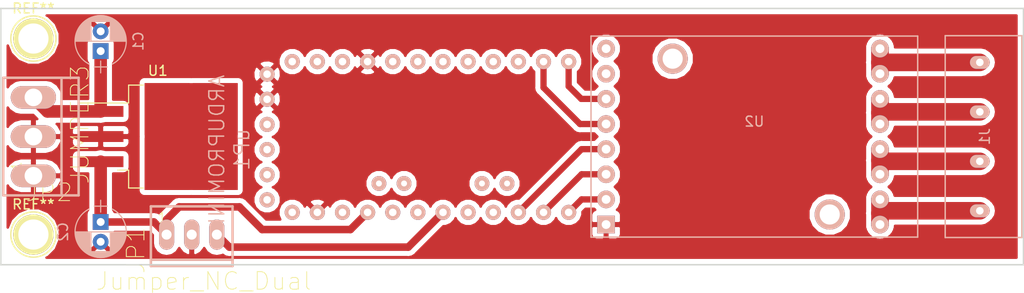
<source format=kicad_pcb>
(kicad_pcb (version 20171130) (host pcbnew "(5.0.0)")

  (general
    (thickness 1.6)
    (drawings 4)
    (tracks 43)
    (zones 0)
    (modules 10)
    (nets 34)
  )

  (page A4)
  (layers
    (0 F.Cu signal)
    (31 B.Cu signal)
    (32 B.Adhes user)
    (33 F.Adhes user)
    (34 B.Paste user)
    (35 F.Paste user)
    (36 B.SilkS user)
    (37 F.SilkS user)
    (38 B.Mask user)
    (39 F.Mask user)
    (40 Dwgs.User user)
    (41 Cmts.User user)
    (42 Eco1.User user)
    (43 Eco2.User user)
    (44 Edge.Cuts user)
    (45 Margin user)
    (46 B.CrtYd user)
    (47 F.CrtYd user)
    (48 B.Fab user)
    (49 F.Fab user)
  )

  (setup
    (last_trace_width 1.778)
    (user_trace_width 0.381)
    (user_trace_width 0.508)
    (user_trace_width 0.635)
    (user_trace_width 0.762)
    (user_trace_width 1.016)
    (user_trace_width 1.27)
    (user_trace_width 1.524)
    (user_trace_width 1.778)
    (trace_clearance 0.2)
    (zone_clearance 0.508)
    (zone_45_only no)
    (trace_min 0.2)
    (segment_width 0.2)
    (edge_width 0.15)
    (via_size 0.6)
    (via_drill 0.4)
    (via_min_size 0.4)
    (via_min_drill 0.3)
    (uvia_size 0.3)
    (uvia_drill 0.1)
    (uvias_allowed no)
    (uvia_min_size 0.2)
    (uvia_min_drill 0.1)
    (pcb_text_width 0.3)
    (pcb_text_size 1.5 1.5)
    (mod_edge_width 0.15)
    (mod_text_size 1 1)
    (mod_text_width 0.15)
    (pad_size 1.524 1.524)
    (pad_drill 0.762)
    (pad_to_mask_clearance 0.2)
    (aux_axis_origin 0 0)
    (visible_elements 7FFFFFFF)
    (pcbplotparams
      (layerselection 0x08000_ffffffff)
      (usegerberextensions false)
      (usegerberattributes false)
      (usegerberadvancedattributes false)
      (creategerberjobfile false)
      (excludeedgelayer true)
      (linewidth 0.100000)
      (plotframeref false)
      (viasonmask false)
      (mode 1)
      (useauxorigin false)
      (hpglpennumber 1)
      (hpglpenspeed 20)
      (hpglpendiameter 15.000000)
      (psnegative false)
      (psa4output false)
      (plotreference true)
      (plotvalue true)
      (plotinvisibletext false)
      (padsonsilk false)
      (subtractmaskfromsilk false)
      (outputformat 5)
      (mirror false)
      (drillshape 0)
      (scaleselection 1)
      (outputdirectory ""))
  )

  (net 0 "")
  (net 1 +12V)
  (net 2 GND)
  (net 3 +5V)
  (net 4 "Net-(uP1-Pad3)")
  (net 5 "Net-(uP1-Pad4)")
  (net 6 "Net-(uP1-Pad6)")
  (net 7 "Net-(uP1-Pad7)")
  (net 8 "Net-(uP1-Pad8)")
  (net 9 "Net-(uP1-Pad9)")
  (net 10 "Net-(uP1-Pad11)")
  (net 11 "Net-(uP1-Pad12)")
  (net 12 "Net-(uP1-Pad13)")
  (net 13 "Net-(uP1-Pad14)")
  (net 14 "Net-(uP1-Pad15)")
  (net 15 "Net-(uP1-Pad16)")
  (net 16 "Net-(U2-Pad7)")
  (net 17 "Net-(uP1-Pad19)")
  (net 18 "Net-(uP1-Pad21)")
  (net 19 "Net-(uP1-Pad23)")
  (net 20 "Net-(uP1-Pad24)")
  (net 21 "Net-(uP1-Pad26)")
  (net 22 "Net-(U2-Pad3)")
  (net 23 "Net-(U2-Pad4)")
  (net 24 "Net-(U2-Pad5)")
  (net 25 "Net-(U2-Pad6)")
  (net 26 "Net-(U2-Pad2)")
  (net 27 "Net-(uP1-Pad27)")
  (net 28 "Net-(JP1-Pad3)")
  (net 29 "Net-(J1-Pad2)")
  (net 30 "Net-(J1-Pad1)")
  (net 31 "Net-(J1-Pad3)")
  (net 32 "Net-(J1-Pad4)")
  (net 33 "Net-(U2-Pad1)")

  (net_class Default "This is the default net class."
    (clearance 0.2)
    (trace_width 0.25)
    (via_dia 0.6)
    (via_drill 0.4)
    (uvia_dia 0.3)
    (uvia_drill 0.1)
    (add_net +12V)
    (add_net +5V)
    (add_net GND)
    (add_net "Net-(J1-Pad1)")
    (add_net "Net-(J1-Pad2)")
    (add_net "Net-(J1-Pad3)")
    (add_net "Net-(J1-Pad4)")
    (add_net "Net-(JP1-Pad3)")
    (add_net "Net-(U2-Pad1)")
    (add_net "Net-(U2-Pad2)")
    (add_net "Net-(U2-Pad3)")
    (add_net "Net-(U2-Pad4)")
    (add_net "Net-(U2-Pad5)")
    (add_net "Net-(U2-Pad6)")
    (add_net "Net-(U2-Pad7)")
    (add_net "Net-(uP1-Pad11)")
    (add_net "Net-(uP1-Pad12)")
    (add_net "Net-(uP1-Pad13)")
    (add_net "Net-(uP1-Pad14)")
    (add_net "Net-(uP1-Pad15)")
    (add_net "Net-(uP1-Pad16)")
    (add_net "Net-(uP1-Pad19)")
    (add_net "Net-(uP1-Pad21)")
    (add_net "Net-(uP1-Pad23)")
    (add_net "Net-(uP1-Pad24)")
    (add_net "Net-(uP1-Pad26)")
    (add_net "Net-(uP1-Pad27)")
    (add_net "Net-(uP1-Pad3)")
    (add_net "Net-(uP1-Pad4)")
    (add_net "Net-(uP1-Pad6)")
    (add_net "Net-(uP1-Pad7)")
    (add_net "Net-(uP1-Pad8)")
    (add_net "Net-(uP1-Pad9)")
  )

  (module ArduProMiniTKB:ArduProMini (layer B.Cu) (tedit 54CFF598) (tstamp 571B963E)
    (at 152.4 84.88 270)
    (path /5B8F9EDC)
    (fp_text reference uP1 (at 11.43 -1.27 270) (layer B.SilkS)
      (effects (font (size 1.5 1.5) (thickness 0.15)) (justify mirror))
    )
    (fp_text value ARDUPROMINI (at 11.43 1.27 270) (layer B.SilkS)
      (effects (font (size 1.5 1.5) (thickness 0.15)) (justify mirror))
    )
    (pad 1 thru_hole circle (at 3.81 -3.81 270) (size 1.524 1.524) (drill 0.762) (layers *.Cu *.Mask B.SilkS)
      (net 2 GND))
    (pad 2 thru_hole circle (at 6.35 -3.81 270) (size 1.524 1.524) (drill 0.762) (layers *.Cu *.Mask B.SilkS)
      (net 2 GND))
    (pad 3 thru_hole circle (at 8.89 -3.81 270) (size 1.524 1.524) (drill 0.762) (layers *.Cu *.Mask B.SilkS)
      (net 4 "Net-(uP1-Pad3)"))
    (pad 4 thru_hole circle (at 11.43 -3.81 270) (size 1.524 1.524) (drill 0.762) (layers *.Cu *.Mask B.SilkS)
      (net 5 "Net-(uP1-Pad4)"))
    (pad 5 thru_hole circle (at 13.97 -3.81 270) (size 1.524 1.524) (drill 0.762) (layers *.Cu *.Mask B.SilkS))
    (pad 6 thru_hole circle (at 16.51 -3.81 270) (size 1.524 1.524) (drill 0.762) (layers *.Cu *.Mask B.SilkS)
      (net 6 "Net-(uP1-Pad6)"))
    (pad 7 thru_hole circle (at 2.54 -6.35 270) (size 1.524 1.524) (drill 0.762) (layers *.Cu *.Mask B.SilkS)
      (net 7 "Net-(uP1-Pad7)"))
    (pad 8 thru_hole circle (at 2.54 -8.89 270) (size 1.524 1.524) (drill 0.762) (layers *.Cu *.Mask B.SilkS)
      (net 8 "Net-(uP1-Pad8)"))
    (pad 9 thru_hole circle (at 2.54 -11.43 270) (size 1.524 1.524) (drill 0.762) (layers *.Cu *.Mask B.SilkS)
      (net 9 "Net-(uP1-Pad9)"))
    (pad 10 thru_hole circle (at 2.54 -13.97 270) (size 1.524 1.524) (drill 0.762) (layers *.Cu *.Mask B.SilkS)
      (net 2 GND))
    (pad 11 thru_hole circle (at 2.54 -16.51 270) (size 1.524 1.524) (drill 0.762) (layers *.Cu *.Mask B.SilkS)
      (net 10 "Net-(uP1-Pad11)"))
    (pad 12 thru_hole circle (at 2.54 -19.05 270) (size 1.524 1.524) (drill 0.762) (layers *.Cu *.Mask B.SilkS)
      (net 11 "Net-(uP1-Pad12)"))
    (pad 13 thru_hole circle (at 2.54 -21.59 270) (size 1.524 1.524) (drill 0.762) (layers *.Cu *.Mask B.SilkS)
      (net 12 "Net-(uP1-Pad13)"))
    (pad 14 thru_hole circle (at 2.54 -24.13 270) (size 1.524 1.524) (drill 0.762) (layers *.Cu *.Mask B.SilkS)
      (net 13 "Net-(uP1-Pad14)"))
    (pad 15 thru_hole circle (at 2.54 -26.67 270) (size 1.524 1.524) (drill 0.762) (layers *.Cu *.Mask B.SilkS)
      (net 14 "Net-(uP1-Pad15)"))
    (pad 16 thru_hole circle (at 2.54 -29.21 270) (size 1.524 1.524) (drill 0.762) (layers *.Cu *.Mask B.SilkS)
      (net 15 "Net-(uP1-Pad16)"))
    (pad 17 thru_hole circle (at 2.54 -31.75 270) (size 1.524 1.524) (drill 0.762) (layers *.Cu *.Mask B.SilkS)
      (net 23 "Net-(U2-Pad4)"))
    (pad 18 thru_hole circle (at 2.54 -34.29 270) (size 1.524 1.524) (drill 0.762) (layers *.Cu *.Mask B.SilkS)
      (net 22 "Net-(U2-Pad3)"))
    (pad 19 thru_hole circle (at 17.78 -6.35 270) (size 1.524 1.524) (drill 0.762) (layers *.Cu *.Mask B.SilkS)
      (net 17 "Net-(uP1-Pad19)"))
    (pad 20 thru_hole circle (at 17.78 -8.89 270) (size 1.524 1.524) (drill 0.762) (layers *.Cu *.Mask B.SilkS)
      (net 2 GND))
    (pad 21 thru_hole circle (at 17.78 -11.43 270) (size 1.524 1.524) (drill 0.762) (layers *.Cu *.Mask B.SilkS)
      (net 18 "Net-(uP1-Pad21)"))
    (pad 22 thru_hole circle (at 17.78 -13.97 270) (size 1.524 1.524) (drill 0.762) (layers *.Cu *.Mask B.SilkS)
      (net 3 +5V))
    (pad 23 thru_hole circle (at 17.78 -16.51 270) (size 1.524 1.524) (drill 0.762) (layers *.Cu *.Mask B.SilkS)
      (net 19 "Net-(uP1-Pad23)"))
    (pad 24 thru_hole circle (at 17.78 -19.05 270) (size 1.524 1.524) (drill 0.762) (layers *.Cu *.Mask B.SilkS)
      (net 20 "Net-(uP1-Pad24)"))
    (pad 25 thru_hole circle (at 17.78 -21.59 270) (size 1.524 1.524) (drill 0.762) (layers *.Cu *.Mask B.SilkS)
      (net 28 "Net-(JP1-Pad3)"))
    (pad 26 thru_hole circle (at 17.78 -24.13 270) (size 1.524 1.524) (drill 0.762) (layers *.Cu *.Mask B.SilkS)
      (net 21 "Net-(uP1-Pad26)"))
    (pad 27 thru_hole circle (at 17.78 -26.67 270) (size 1.524 1.524) (drill 0.762) (layers *.Cu *.Mask B.SilkS)
      (net 27 "Net-(uP1-Pad27)"))
    (pad 28 thru_hole circle (at 17.78 -29.21 270) (size 1.524 1.524) (drill 0.762) (layers *.Cu *.Mask B.SilkS)
      (net 24 "Net-(U2-Pad5)"))
    (pad 29 thru_hole circle (at 17.78 -31.75 270) (size 1.524 1.524) (drill 0.762) (layers *.Cu *.Mask B.SilkS)
      (net 25 "Net-(U2-Pad6)"))
    (pad 30 thru_hole circle (at 17.78 -34.29 270) (size 1.524 1.524) (drill 0.762) (layers *.Cu *.Mask B.SilkS)
      (net 16 "Net-(U2-Pad7)"))
    (pad 31 thru_hole circle (at 14.859 -15.113 270) (size 1.5 1.5) (drill 0.6) (layers *.Cu *.Mask B.SilkS))
    (pad 32 thru_hole circle (at 14.859 -17.653 270) (size 1.5 1.5) (drill 0.6) (layers *.Cu *.Mask B.SilkS))
    (pad 34 thru_hole circle (at 14.859 -25.527 270) (size 1.5 1.5) (drill 0.6) (layers *.Cu *.Mask B.SilkS))
    (pad 35 thru_hole circle (at 14.859 -28.067 270) (size 1.5 1.5) (drill 0.6) (layers *.Cu *.Mask B.SilkS))
  )

  (module Pololu:DRIVER_18V15 (layer B.Cu) (tedit 571BAE2C) (tstamp 571BA212)
    (at 205.46 95)
    (path /5B8FFDFA)
    (fp_text reference U2 (at 0 -1.524) (layer B.SilkS)
      (effects (font (size 1 1) (thickness 0.15)) (justify mirror))
    )
    (fp_text value DRIVER_18V15 (at 0 1.524) (layer B.Fab)
      (effects (font (size 1 1) (thickness 0.15)) (justify mirror))
    )
    (fp_line (start -16.51 10.16) (end 16.51 10.16) (layer B.SilkS) (width 0.15))
    (fp_line (start 16.51 10.16) (end 16.51 -10.16) (layer B.SilkS) (width 0.15))
    (fp_line (start -16.51 -10.16) (end 16.51 -10.16) (layer B.SilkS) (width 0.15))
    (fp_line (start -16.51 10.16) (end -16.51 -10.16) (layer B.SilkS) (width 0.15))
    (pad 8 thru_hole rect (at -14.986 8.89) (size 1.778 1.778) (drill 0.889) (layers *.Cu *.Mask B.SilkS)
      (net 2 GND))
    (pad 7 thru_hole circle (at -14.986 6.35) (size 1.778 1.778) (drill 0.889) (layers *.Cu *.Mask B.SilkS)
      (net 16 "Net-(U2-Pad7)"))
    (pad 6 thru_hole circle (at -14.986 3.81) (size 1.778 1.778) (drill 0.889) (layers *.Cu *.Mask B.SilkS)
      (net 25 "Net-(U2-Pad6)"))
    (pad 5 thru_hole circle (at -14.986 1.27) (size 1.778 1.778) (drill 0.889) (layers *.Cu *.Mask B.SilkS)
      (net 24 "Net-(U2-Pad5)"))
    (pad 4 thru_hole circle (at -14.986 -1.27) (size 1.778 1.778) (drill 0.889) (layers *.Cu *.Mask B.SilkS)
      (net 23 "Net-(U2-Pad4)"))
    (pad 3 thru_hole circle (at -14.986 -3.81) (size 1.778 1.778) (drill 0.889) (layers *.Cu *.Mask B.SilkS)
      (net 22 "Net-(U2-Pad3)"))
    (pad 2 thru_hole circle (at -14.986 -6.35) (size 1.778 1.778) (drill 0.889) (layers *.Cu *.Mask B.SilkS)
      (net 26 "Net-(U2-Pad2)"))
    (pad 1 thru_hole circle (at -14.986 -8.89) (size 1.778 1.778) (drill 0.889) (layers *.Cu *.Mask B.SilkS)
      (net 33 "Net-(U2-Pad1)"))
    (pad "" np_thru_hole circle (at 7.62 7.874) (size 3.048 3.048) (drill 2.032) (layers *.Cu *.Mask B.SilkS))
    (pad "" np_thru_hole circle (at -8.255 -7.874) (size 3.048 3.048) (drill 2.032) (layers *.Cu *.Mask B.SilkS))
    (pad 10 thru_hole circle (at 12.7 -1.27) (size 1.778 1.778) (drill 0.889) (layers *.Cu *.Mask B.SilkS)
      (net 29 "Net-(J1-Pad2)"))
    (pad 10 thru_hole circle (at 12.7 -3.81) (size 1.778 1.778) (drill 0.889) (layers *.Cu *.Mask B.SilkS)
      (net 29 "Net-(J1-Pad2)"))
    (pad 9 thru_hole circle (at 12.7 -8.89) (size 1.778 1.778) (drill 0.889) (layers *.Cu *.Mask B.SilkS)
      (net 30 "Net-(J1-Pad1)"))
    (pad 9 thru_hole circle (at 12.7 -6.35) (size 1.778 1.778) (drill 0.889) (layers *.Cu *.Mask B.SilkS)
      (net 30 "Net-(J1-Pad1)"))
    (pad 11 thru_hole circle (at 12.7 1.27) (size 1.778 1.778) (drill 0.889) (layers *.Cu *.Mask B.SilkS)
      (net 31 "Net-(J1-Pad3)"))
    (pad 11 thru_hole circle (at 12.7 3.81) (size 1.778 1.778) (drill 0.889) (layers *.Cu *.Mask B.SilkS)
      (net 31 "Net-(J1-Pad3)"))
    (pad 12 thru_hole circle (at 12.7 6.35) (size 1.778 1.778) (drill 0.889) (layers *.Cu *.Mask B.SilkS)
      (net 32 "Net-(J1-Pad4)"))
    (pad 12 thru_hole circle (at 12.7 8.89) (size 1.778 1.778) (drill 0.889) (layers *.Cu *.Mask B.SilkS)
      (net 32 "Net-(J1-Pad4)"))
  )

  (module con-amp:con-hdrs40-MTA-100-3V (layer B.Cu) (tedit 200000) (tstamp 571CC891)
    (at 148.59 104.91)
    (descr "AMP MTA VERTICAL .100\" 3 PIN")
    (tags "AMP MTA VERTICAL .100\" 3 PIN")
    (path /5B8F7AC0)
    (attr virtual)
    (fp_text reference JP1 (at -5.6515 1.5875 -90) (layer F.SilkS)
      (effects (font (size 1.778 1.778) (thickness 0.0889)))
    )
    (fp_text value Jumper_NC_Dual (at 1.2065 4.699) (layer F.SilkS)
      (effects (font (size 1.778 1.778) (thickness 0.0889)))
    )
    (fp_line (start 4.1275 -2.8575) (end 4.1275 2.54) (layer B.SilkS) (width 0.254))
    (fp_line (start 4.1275 2.54) (end 4.1275 3.175) (layer B.SilkS) (width 0.254))
    (fp_line (start 4.1275 3.175) (end -4.1275 3.175) (layer B.SilkS) (width 0.254))
    (fp_line (start -4.1275 3.175) (end -4.1275 2.54) (layer B.SilkS) (width 0.254))
    (fp_line (start -4.1275 2.54) (end -4.1275 -2.8575) (layer B.SilkS) (width 0.254))
    (fp_line (start -4.1275 -2.8575) (end 4.1275 -2.8575) (layer B.SilkS) (width 0.254))
    (fp_line (start 4.1275 2.54) (end -4.1275 2.54) (layer B.SilkS) (width 0.254))
    (fp_text user 1 (at -2.9845 -1.7145) (layer F.SilkS)
      (effects (font (size 1.016 1.016) (thickness 0.0889)))
    )
    (pad 1 thru_hole oval (at -2.54 0) (size 1.524 3.048) (drill 1.016) (layers *.Cu B.Paste B.SilkS B.Mask)
      (net 3 +5V))
    (pad 2 thru_hole oval (at 0 0) (size 1.524 3.048) (drill 1.016) (layers *.Cu B.Paste B.SilkS B.Mask)
      (net 2 GND))
    (pad 3 thru_hole oval (at 2.54 0) (size 1.524 3.048) (drill 1.016) (layers *.Cu B.Paste B.SilkS B.Mask)
      (net 28 "Net-(JP1-Pad3)"))
  )

  (module con-amp:con-amp-MTA-156-3V (layer B.Cu) (tedit 570F3BF4) (tstamp 571CC8A0)
    (at 132.588 95 90)
    (descr "AMP MTA VERTICAL .100\" 3 PIN")
    (tags "AMP MTA VERTICAL .100\" 3 PIN")
    (path /571BAF93)
    (attr virtual)
    (fp_text reference JP2 (at -5.6515 1.5875) (layer F.SilkS)
      (effects (font (size 1.778 1.778) (thickness 0.0889)))
    )
    (fp_text value JUMPER3 (at 1.2065 4.699 90) (layer F.SilkS)
      (effects (font (size 1.778 1.778) (thickness 0.0889)))
    )
    (fp_line (start 5.9436 -3.05) (end 5.9436 2.84) (layer B.SilkS) (width 0.254))
    (fp_line (start 5.9436 -2.84) (end 5.9436 4.57) (layer B.SilkS) (width 0.254))
    (fp_line (start 5.9436 4.57) (end -5.9436 4.57) (layer B.SilkS) (width 0.254))
    (fp_line (start -5.9436 4.57) (end -5.9436 2.84) (layer B.SilkS) (width 0.254))
    (fp_line (start -5.9436 2.84) (end -5.9436 -3.05) (layer B.SilkS) (width 0.254))
    (fp_line (start -5.9436 -3.05) (end 5.9436 -3.05) (layer B.SilkS) (width 0.254))
    (fp_line (start -5.9436 2.84) (end 5.9436 2.84) (layer B.SilkS) (width 0.254))
    (fp_text user 1 (at -2.9845 -1.7145 90) (layer F.SilkS)
      (effects (font (size 1.016 1.016) (thickness 0.0889)))
    )
    (pad 1 thru_hole oval (at -3.9624 0 90) (size 2.286 4.572) (drill 1.778) (layers *.Cu *.Mask B.Paste B.SilkS)
      (net 2 GND))
    (pad 2 thru_hole oval (at 0 0 90) (size 2.286 4.572) (drill 1.778) (layers *.Cu *.Mask B.Paste B.SilkS)
      (net 2 GND))
    (pad 3 thru_hole oval (at 3.9624 0 90) (size 2.286 4.572) (drill 1.778) (layers *.Cu *.Mask B.Paste B.SilkS)
      (net 1 +12V))
  )

  (module Connect:1pin (layer F.Cu) (tedit 0) (tstamp 571D31A3)
    (at 132.588 85.09)
    (descr "module 1 pin (ou trou mecanique de percage)")
    (tags DEV)
    (fp_text reference REF** (at 0 -3.048) (layer F.SilkS)
      (effects (font (size 1 1) (thickness 0.15)))
    )
    (fp_text value 1pin (at 0 2.794) (layer F.Fab)
      (effects (font (size 1 1) (thickness 0.15)))
    )
    (fp_circle (center 0 0) (end 0 -2.286) (layer F.SilkS) (width 0.15))
    (pad 1 thru_hole circle (at 0 0) (size 4.064 4.064) (drill 3.048) (layers *.Cu *.Mask F.SilkS))
  )

  (module Connect:1pin (layer F.Cu) (tedit 0) (tstamp 571D31AA)
    (at 132.588 104.902)
    (descr "module 1 pin (ou trou mecanique de percage)")
    (tags DEV)
    (fp_text reference REF** (at 0 -3.048) (layer F.SilkS)
      (effects (font (size 1 1) (thickness 0.15)))
    )
    (fp_text value 1pin (at 0 2.794) (layer F.Fab)
      (effects (font (size 1 1) (thickness 0.15)))
    )
    (fp_circle (center 0 0) (end 0 -2.286) (layer F.SilkS) (width 0.15))
    (pad 1 thru_hole circle (at 0 0) (size 4.064 4.064) (drill 3.048) (layers *.Cu *.Mask F.SilkS))
  )

  (module TO_SOT_Packages_SMD:TO-263-3_TabPin2 (layer F.Cu) (tedit 590079C0) (tstamp 5B8F03FB)
    (at 145.161 94.996)
    (descr "TO-263 / D2PAK / DDPAK SMD package, http://www.infineon.com/cms/en/product/packages/PG-TO263/PG-TO263-3-1/")
    (tags "D2PAK DDPAK TO-263 D2PAK-3 TO-263-3 SOT-404")
    (path /5B8F42F1)
    (attr smd)
    (fp_text reference U1 (at 0 -6.65) (layer F.SilkS)
      (effects (font (size 1 1) (thickness 0.15)))
    )
    (fp_text value LM7805_TO220 (at 0 6.65) (layer F.Fab)
      (effects (font (size 1 1) (thickness 0.15)))
    )
    (fp_text user %R (at 0 0) (layer F.Fab)
      (effects (font (size 1 1) (thickness 0.15)))
    )
    (fp_line (start 8.32 -5.65) (end -8.32 -5.65) (layer F.CrtYd) (width 0.05))
    (fp_line (start 8.32 5.65) (end 8.32 -5.65) (layer F.CrtYd) (width 0.05))
    (fp_line (start -8.32 5.65) (end 8.32 5.65) (layer F.CrtYd) (width 0.05))
    (fp_line (start -8.32 -5.65) (end -8.32 5.65) (layer F.CrtYd) (width 0.05))
    (fp_line (start -2.95 3.39) (end -4.05 3.39) (layer F.SilkS) (width 0.12))
    (fp_line (start -2.95 5.2) (end -2.95 3.39) (layer F.SilkS) (width 0.12))
    (fp_line (start -1.45 5.2) (end -2.95 5.2) (layer F.SilkS) (width 0.12))
    (fp_line (start -2.95 -3.39) (end -8.075 -3.39) (layer F.SilkS) (width 0.12))
    (fp_line (start -2.95 -5.2) (end -2.95 -3.39) (layer F.SilkS) (width 0.12))
    (fp_line (start -1.45 -5.2) (end -2.95 -5.2) (layer F.SilkS) (width 0.12))
    (fp_line (start -7.45 3.04) (end -2.75 3.04) (layer F.Fab) (width 0.1))
    (fp_line (start -7.45 2.04) (end -7.45 3.04) (layer F.Fab) (width 0.1))
    (fp_line (start -2.75 2.04) (end -7.45 2.04) (layer F.Fab) (width 0.1))
    (fp_line (start -7.45 0.5) (end -2.75 0.5) (layer F.Fab) (width 0.1))
    (fp_line (start -7.45 -0.5) (end -7.45 0.5) (layer F.Fab) (width 0.1))
    (fp_line (start -2.75 -0.5) (end -7.45 -0.5) (layer F.Fab) (width 0.1))
    (fp_line (start -7.45 -2.04) (end -2.75 -2.04) (layer F.Fab) (width 0.1))
    (fp_line (start -7.45 -3.04) (end -7.45 -2.04) (layer F.Fab) (width 0.1))
    (fp_line (start -2.75 -3.04) (end -7.45 -3.04) (layer F.Fab) (width 0.1))
    (fp_line (start -1.75 -5) (end 6.5 -5) (layer F.Fab) (width 0.1))
    (fp_line (start -2.75 -4) (end -1.75 -5) (layer F.Fab) (width 0.1))
    (fp_line (start -2.75 5) (end -2.75 -4) (layer F.Fab) (width 0.1))
    (fp_line (start 6.5 5) (end -2.75 5) (layer F.Fab) (width 0.1))
    (fp_line (start 6.5 -5) (end 6.5 5) (layer F.Fab) (width 0.1))
    (fp_line (start 7.5 5) (end 6.5 5) (layer F.Fab) (width 0.1))
    (fp_line (start 7.5 -5) (end 7.5 5) (layer F.Fab) (width 0.1))
    (fp_line (start 6.5 -5) (end 7.5 -5) (layer F.Fab) (width 0.1))
    (pad 2 smd rect (at 0.95 2.775) (size 4.55 5.25) (layers F.Cu F.Paste)
      (net 2 GND))
    (pad 2 smd rect (at 5.8 -2.775) (size 4.55 5.25) (layers F.Cu F.Paste)
      (net 2 GND))
    (pad 2 smd rect (at 0.95 -2.775) (size 4.55 5.25) (layers F.Cu F.Paste)
      (net 2 GND))
    (pad 2 smd rect (at 5.8 2.775) (size 4.55 5.25) (layers F.Cu F.Paste)
      (net 2 GND))
    (pad 2 smd rect (at 3.375 0) (size 9.4 10.8) (layers F.Cu F.Mask)
      (net 2 GND))
    (pad 3 smd rect (at -5.775 2.54) (size 4.6 1.1) (layers F.Cu F.Paste F.Mask)
      (net 3 +5V))
    (pad 2 smd rect (at -5.775 0) (size 4.6 1.1) (layers F.Cu F.Paste F.Mask)
      (net 2 GND))
    (pad 1 smd rect (at -5.775 -2.54) (size 4.6 1.1) (layers F.Cu F.Paste F.Mask)
      (net 1 +12V))
    (model ${KISYS3DMOD}/TO_SOT_Packages_SMD.3dshapes/TO-263-3_TabPin2.wrl
      (at (xyz 0 0 0))
      (scale (xyz 1 1 1))
      (rotate (xyz 0 0 0))
    )
  )

  (module Wanjie_Screw_Terminals:WJ301_4P (layer B.Cu) (tedit 571BBFE1) (tstamp 5B8F3482)
    (at 228.25 95 270)
    (path /5B8F7BD9)
    (fp_text reference J1 (at 0 -0.5 270) (layer B.SilkS)
      (effects (font (size 1 1) (thickness 0.15)) (justify mirror))
    )
    (fp_text value Conn_01x04_Female (at 0 0.5 270) (layer B.Fab)
      (effects (font (size 1 1) (thickness 0.15)) (justify mirror))
    )
    (fp_line (start -10.2 3.5) (end 10.2 3.5) (layer B.SilkS) (width 0.15))
    (fp_line (start 10.2 3.5) (end 10.2 -4.25) (layer B.SilkS) (width 0.15))
    (fp_line (start 10.2 -4.25) (end -10.2 -4.25) (layer B.SilkS) (width 0.15))
    (fp_line (start -10.2 -4.25) (end -10.2 3.5) (layer B.SilkS) (width 0.15))
    (pad 1 thru_hole oval (at -7.5 0 270) (size 1.3 2) (drill 0.762) (layers *.Cu *.Mask B.SilkS)
      (net 30 "Net-(J1-Pad1)"))
    (pad 2 thru_hole oval (at -2.5 0 270) (size 1.3 2) (drill 0.762) (layers *.Cu *.Mask B.SilkS)
      (net 29 "Net-(J1-Pad2)"))
    (pad 3 thru_hole oval (at 2.5 0 270) (size 1.3 2) (drill 0.762) (layers *.Cu *.Mask B.SilkS)
      (net 31 "Net-(J1-Pad3)"))
    (pad 4 thru_hole oval (at 7.5 0 270) (size 1.3 2) (drill 0.762) (layers *.Cu *.Mask B.SilkS)
      (net 32 "Net-(J1-Pad4)"))
  )

  (module Capacitors_ThroughHole:CP_Radial_D5.0mm_P2.00mm (layer B.Cu) (tedit 597BC7C2) (tstamp 5B8F3491)
    (at 139.386 103.632 270)
    (descr "CP, Radial series, Radial, pin pitch=2.00mm, , diameter=5mm, Electrolytic Capacitor")
    (tags "CP Radial series Radial pin pitch 2.00mm  diameter 5mm Electrolytic Capacitor")
    (path /5B8F4E4E)
    (fp_text reference C2 (at 1 3.81 270) (layer B.SilkS)
      (effects (font (size 1 1) (thickness 0.15)) (justify mirror))
    )
    (fp_text value CP (at 1 -3.81 270) (layer B.Fab)
      (effects (font (size 1 1) (thickness 0.15)) (justify mirror))
    )
    (fp_text user %R (at 1 0 270) (layer B.Fab)
      (effects (font (size 1 1) (thickness 0.15)) (justify mirror))
    )
    (fp_line (start 3.85 2.85) (end -1.85 2.85) (layer B.CrtYd) (width 0.05))
    (fp_line (start 3.85 -2.85) (end 3.85 2.85) (layer B.CrtYd) (width 0.05))
    (fp_line (start -1.85 -2.85) (end 3.85 -2.85) (layer B.CrtYd) (width 0.05))
    (fp_line (start -1.85 2.85) (end -1.85 -2.85) (layer B.CrtYd) (width 0.05))
    (fp_line (start -1.6 0.65) (end -1.6 -0.65) (layer B.SilkS) (width 0.12))
    (fp_line (start -2.2 0) (end -1 0) (layer B.SilkS) (width 0.12))
    (fp_line (start 3.561 0.354) (end 3.561 -0.354) (layer B.SilkS) (width 0.12))
    (fp_line (start 3.521 0.559) (end 3.521 -0.559) (layer B.SilkS) (width 0.12))
    (fp_line (start 3.481 0.707) (end 3.481 -0.707) (layer B.SilkS) (width 0.12))
    (fp_line (start 3.441 0.829) (end 3.441 -0.829) (layer B.SilkS) (width 0.12))
    (fp_line (start 3.401 0.934) (end 3.401 -0.934) (layer B.SilkS) (width 0.12))
    (fp_line (start 3.361 1.028) (end 3.361 -1.028) (layer B.SilkS) (width 0.12))
    (fp_line (start 3.321 1.112) (end 3.321 -1.112) (layer B.SilkS) (width 0.12))
    (fp_line (start 3.281 1.189) (end 3.281 -1.189) (layer B.SilkS) (width 0.12))
    (fp_line (start 3.241 1.261) (end 3.241 -1.261) (layer B.SilkS) (width 0.12))
    (fp_line (start 3.201 1.327) (end 3.201 -1.327) (layer B.SilkS) (width 0.12))
    (fp_line (start 3.161 1.39) (end 3.161 -1.39) (layer B.SilkS) (width 0.12))
    (fp_line (start 3.121 1.448) (end 3.121 -1.448) (layer B.SilkS) (width 0.12))
    (fp_line (start 3.081 1.504) (end 3.081 -1.504) (layer B.SilkS) (width 0.12))
    (fp_line (start 3.041 1.556) (end 3.041 -1.556) (layer B.SilkS) (width 0.12))
    (fp_line (start 3.001 1.606) (end 3.001 -1.606) (layer B.SilkS) (width 0.12))
    (fp_line (start 2.961 -0.98) (end 2.961 -1.654) (layer B.SilkS) (width 0.12))
    (fp_line (start 2.961 1.654) (end 2.961 0.98) (layer B.SilkS) (width 0.12))
    (fp_line (start 2.921 -0.98) (end 2.921 -1.699) (layer B.SilkS) (width 0.12))
    (fp_line (start 2.921 1.699) (end 2.921 0.98) (layer B.SilkS) (width 0.12))
    (fp_line (start 2.881 -0.98) (end 2.881 -1.742) (layer B.SilkS) (width 0.12))
    (fp_line (start 2.881 1.742) (end 2.881 0.98) (layer B.SilkS) (width 0.12))
    (fp_line (start 2.841 -0.98) (end 2.841 -1.783) (layer B.SilkS) (width 0.12))
    (fp_line (start 2.841 1.783) (end 2.841 0.98) (layer B.SilkS) (width 0.12))
    (fp_line (start 2.801 -0.98) (end 2.801 -1.823) (layer B.SilkS) (width 0.12))
    (fp_line (start 2.801 1.823) (end 2.801 0.98) (layer B.SilkS) (width 0.12))
    (fp_line (start 2.761 -0.98) (end 2.761 -1.861) (layer B.SilkS) (width 0.12))
    (fp_line (start 2.761 1.861) (end 2.761 0.98) (layer B.SilkS) (width 0.12))
    (fp_line (start 2.721 -0.98) (end 2.721 -1.897) (layer B.SilkS) (width 0.12))
    (fp_line (start 2.721 1.897) (end 2.721 0.98) (layer B.SilkS) (width 0.12))
    (fp_line (start 2.681 -0.98) (end 2.681 -1.932) (layer B.SilkS) (width 0.12))
    (fp_line (start 2.681 1.932) (end 2.681 0.98) (layer B.SilkS) (width 0.12))
    (fp_line (start 2.641 -0.98) (end 2.641 -1.965) (layer B.SilkS) (width 0.12))
    (fp_line (start 2.641 1.965) (end 2.641 0.98) (layer B.SilkS) (width 0.12))
    (fp_line (start 2.601 -0.98) (end 2.601 -1.997) (layer B.SilkS) (width 0.12))
    (fp_line (start 2.601 1.997) (end 2.601 0.98) (layer B.SilkS) (width 0.12))
    (fp_line (start 2.561 -0.98) (end 2.561 -2.028) (layer B.SilkS) (width 0.12))
    (fp_line (start 2.561 2.028) (end 2.561 0.98) (layer B.SilkS) (width 0.12))
    (fp_line (start 2.521 -0.98) (end 2.521 -2.058) (layer B.SilkS) (width 0.12))
    (fp_line (start 2.521 2.058) (end 2.521 0.98) (layer B.SilkS) (width 0.12))
    (fp_line (start 2.481 -0.98) (end 2.481 -2.086) (layer B.SilkS) (width 0.12))
    (fp_line (start 2.481 2.086) (end 2.481 0.98) (layer B.SilkS) (width 0.12))
    (fp_line (start 2.441 -0.98) (end 2.441 -2.113) (layer B.SilkS) (width 0.12))
    (fp_line (start 2.441 2.113) (end 2.441 0.98) (layer B.SilkS) (width 0.12))
    (fp_line (start 2.401 -0.98) (end 2.401 -2.14) (layer B.SilkS) (width 0.12))
    (fp_line (start 2.401 2.14) (end 2.401 0.98) (layer B.SilkS) (width 0.12))
    (fp_line (start 2.361 -0.98) (end 2.361 -2.165) (layer B.SilkS) (width 0.12))
    (fp_line (start 2.361 2.165) (end 2.361 0.98) (layer B.SilkS) (width 0.12))
    (fp_line (start 2.321 -0.98) (end 2.321 -2.189) (layer B.SilkS) (width 0.12))
    (fp_line (start 2.321 2.189) (end 2.321 0.98) (layer B.SilkS) (width 0.12))
    (fp_line (start 2.281 -0.98) (end 2.281 -2.212) (layer B.SilkS) (width 0.12))
    (fp_line (start 2.281 2.212) (end 2.281 0.98) (layer B.SilkS) (width 0.12))
    (fp_line (start 2.241 -0.98) (end 2.241 -2.234) (layer B.SilkS) (width 0.12))
    (fp_line (start 2.241 2.234) (end 2.241 0.98) (layer B.SilkS) (width 0.12))
    (fp_line (start 2.201 -0.98) (end 2.201 -2.256) (layer B.SilkS) (width 0.12))
    (fp_line (start 2.201 2.256) (end 2.201 0.98) (layer B.SilkS) (width 0.12))
    (fp_line (start 2.161 -0.98) (end 2.161 -2.276) (layer B.SilkS) (width 0.12))
    (fp_line (start 2.161 2.276) (end 2.161 0.98) (layer B.SilkS) (width 0.12))
    (fp_line (start 2.121 -0.98) (end 2.121 -2.296) (layer B.SilkS) (width 0.12))
    (fp_line (start 2.121 2.296) (end 2.121 0.98) (layer B.SilkS) (width 0.12))
    (fp_line (start 2.081 -0.98) (end 2.081 -2.315) (layer B.SilkS) (width 0.12))
    (fp_line (start 2.081 2.315) (end 2.081 0.98) (layer B.SilkS) (width 0.12))
    (fp_line (start 2.041 -0.98) (end 2.041 -2.333) (layer B.SilkS) (width 0.12))
    (fp_line (start 2.041 2.333) (end 2.041 0.98) (layer B.SilkS) (width 0.12))
    (fp_line (start 2.001 -0.98) (end 2.001 -2.35) (layer B.SilkS) (width 0.12))
    (fp_line (start 2.001 2.35) (end 2.001 0.98) (layer B.SilkS) (width 0.12))
    (fp_line (start 1.961 -0.98) (end 1.961 -2.366) (layer B.SilkS) (width 0.12))
    (fp_line (start 1.961 2.366) (end 1.961 0.98) (layer B.SilkS) (width 0.12))
    (fp_line (start 1.921 -0.98) (end 1.921 -2.382) (layer B.SilkS) (width 0.12))
    (fp_line (start 1.921 2.382) (end 1.921 0.98) (layer B.SilkS) (width 0.12))
    (fp_line (start 1.881 -0.98) (end 1.881 -2.396) (layer B.SilkS) (width 0.12))
    (fp_line (start 1.881 2.396) (end 1.881 0.98) (layer B.SilkS) (width 0.12))
    (fp_line (start 1.841 -0.98) (end 1.841 -2.41) (layer B.SilkS) (width 0.12))
    (fp_line (start 1.841 2.41) (end 1.841 0.98) (layer B.SilkS) (width 0.12))
    (fp_line (start 1.801 -0.98) (end 1.801 -2.424) (layer B.SilkS) (width 0.12))
    (fp_line (start 1.801 2.424) (end 1.801 0.98) (layer B.SilkS) (width 0.12))
    (fp_line (start 1.761 -0.98) (end 1.761 -2.436) (layer B.SilkS) (width 0.12))
    (fp_line (start 1.761 2.436) (end 1.761 0.98) (layer B.SilkS) (width 0.12))
    (fp_line (start 1.721 -0.98) (end 1.721 -2.448) (layer B.SilkS) (width 0.12))
    (fp_line (start 1.721 2.448) (end 1.721 0.98) (layer B.SilkS) (width 0.12))
    (fp_line (start 1.68 -0.98) (end 1.68 -2.46) (layer B.SilkS) (width 0.12))
    (fp_line (start 1.68 2.46) (end 1.68 0.98) (layer B.SilkS) (width 0.12))
    (fp_line (start 1.64 -0.98) (end 1.64 -2.47) (layer B.SilkS) (width 0.12))
    (fp_line (start 1.64 2.47) (end 1.64 0.98) (layer B.SilkS) (width 0.12))
    (fp_line (start 1.6 -0.98) (end 1.6 -2.48) (layer B.SilkS) (width 0.12))
    (fp_line (start 1.6 2.48) (end 1.6 0.98) (layer B.SilkS) (width 0.12))
    (fp_line (start 1.56 -0.98) (end 1.56 -2.489) (layer B.SilkS) (width 0.12))
    (fp_line (start 1.56 2.489) (end 1.56 0.98) (layer B.SilkS) (width 0.12))
    (fp_line (start 1.52 -0.98) (end 1.52 -2.498) (layer B.SilkS) (width 0.12))
    (fp_line (start 1.52 2.498) (end 1.52 0.98) (layer B.SilkS) (width 0.12))
    (fp_line (start 1.48 -0.98) (end 1.48 -2.506) (layer B.SilkS) (width 0.12))
    (fp_line (start 1.48 2.506) (end 1.48 0.98) (layer B.SilkS) (width 0.12))
    (fp_line (start 1.44 -0.98) (end 1.44 -2.513) (layer B.SilkS) (width 0.12))
    (fp_line (start 1.44 2.513) (end 1.44 0.98) (layer B.SilkS) (width 0.12))
    (fp_line (start 1.4 -0.98) (end 1.4 -2.519) (layer B.SilkS) (width 0.12))
    (fp_line (start 1.4 2.519) (end 1.4 0.98) (layer B.SilkS) (width 0.12))
    (fp_line (start 1.36 -0.98) (end 1.36 -2.525) (layer B.SilkS) (width 0.12))
    (fp_line (start 1.36 2.525) (end 1.36 0.98) (layer B.SilkS) (width 0.12))
    (fp_line (start 1.32 -0.98) (end 1.32 -2.531) (layer B.SilkS) (width 0.12))
    (fp_line (start 1.32 2.531) (end 1.32 0.98) (layer B.SilkS) (width 0.12))
    (fp_line (start 1.28 -0.98) (end 1.28 -2.535) (layer B.SilkS) (width 0.12))
    (fp_line (start 1.28 2.535) (end 1.28 0.98) (layer B.SilkS) (width 0.12))
    (fp_line (start 1.24 -0.98) (end 1.24 -2.539) (layer B.SilkS) (width 0.12))
    (fp_line (start 1.24 2.539) (end 1.24 0.98) (layer B.SilkS) (width 0.12))
    (fp_line (start 1.2 -0.98) (end 1.2 -2.543) (layer B.SilkS) (width 0.12))
    (fp_line (start 1.2 2.543) (end 1.2 0.98) (layer B.SilkS) (width 0.12))
    (fp_line (start 1.16 -0.98) (end 1.16 -2.546) (layer B.SilkS) (width 0.12))
    (fp_line (start 1.16 2.546) (end 1.16 0.98) (layer B.SilkS) (width 0.12))
    (fp_line (start 1.12 -0.98) (end 1.12 -2.548) (layer B.SilkS) (width 0.12))
    (fp_line (start 1.12 2.548) (end 1.12 0.98) (layer B.SilkS) (width 0.12))
    (fp_line (start 1.08 -0.98) (end 1.08 -2.549) (layer B.SilkS) (width 0.12))
    (fp_line (start 1.08 2.549) (end 1.08 0.98) (layer B.SilkS) (width 0.12))
    (fp_line (start 1.04 -0.98) (end 1.04 -2.55) (layer B.SilkS) (width 0.12))
    (fp_line (start 1.04 2.55) (end 1.04 0.98) (layer B.SilkS) (width 0.12))
    (fp_line (start 1 2.55) (end 1 -2.55) (layer B.SilkS) (width 0.12))
    (fp_line (start -1.6 0.65) (end -1.6 -0.65) (layer B.Fab) (width 0.1))
    (fp_line (start -2.2 0) (end -1 0) (layer B.Fab) (width 0.1))
    (fp_circle (center 1 0) (end 3.5 0) (layer B.Fab) (width 0.1))
    (fp_arc (start 1 0) (end 3.30558 1.18) (angle -54.2) (layer B.SilkS) (width 0.12))
    (fp_arc (start 1 0) (end -1.30558 -1.18) (angle 125.8) (layer B.SilkS) (width 0.12))
    (fp_arc (start 1 0) (end -1.30558 1.18) (angle -125.8) (layer B.SilkS) (width 0.12))
    (pad 2 thru_hole circle (at 2 0 270) (size 1.6 1.6) (drill 0.8) (layers *.Cu *.Mask)
      (net 2 GND))
    (pad 1 thru_hole rect (at 0 0 270) (size 1.6 1.6) (drill 0.8) (layers *.Cu *.Mask)
      (net 3 +5V))
    (model ${KISYS3DMOD}/Capacitors_THT.3dshapes/CP_Radial_D5.0mm_P2.00mm.wrl
      (at (xyz 0 0 0))
      (scale (xyz 1 1 1))
      (rotate (xyz 0 0 0))
    )
  )

  (module Capacitors_ThroughHole:CP_Radial_D5.0mm_P2.00mm (layer B.Cu) (tedit 597BC7C2) (tstamp 5B8F3631)
    (at 139.386 86.36 90)
    (descr "CP, Radial series, Radial, pin pitch=2.00mm, , diameter=5mm, Electrolytic Capacitor")
    (tags "CP Radial series Radial pin pitch 2.00mm  diameter 5mm Electrolytic Capacitor")
    (path /5B8F1762)
    (fp_text reference C1 (at 1 3.81 90) (layer B.SilkS)
      (effects (font (size 1 1) (thickness 0.15)) (justify mirror))
    )
    (fp_text value CP (at 1 -3.81 90) (layer B.Fab)
      (effects (font (size 1 1) (thickness 0.15)) (justify mirror))
    )
    (fp_text user %R (at 1 0 90) (layer B.Fab)
      (effects (font (size 1 1) (thickness 0.15)) (justify mirror))
    )
    (fp_line (start 3.85 2.85) (end -1.85 2.85) (layer B.CrtYd) (width 0.05))
    (fp_line (start 3.85 -2.85) (end 3.85 2.85) (layer B.CrtYd) (width 0.05))
    (fp_line (start -1.85 -2.85) (end 3.85 -2.85) (layer B.CrtYd) (width 0.05))
    (fp_line (start -1.85 2.85) (end -1.85 -2.85) (layer B.CrtYd) (width 0.05))
    (fp_line (start -1.6 0.65) (end -1.6 -0.65) (layer B.SilkS) (width 0.12))
    (fp_line (start -2.2 0) (end -1 0) (layer B.SilkS) (width 0.12))
    (fp_line (start 3.561 0.354) (end 3.561 -0.354) (layer B.SilkS) (width 0.12))
    (fp_line (start 3.521 0.559) (end 3.521 -0.559) (layer B.SilkS) (width 0.12))
    (fp_line (start 3.481 0.707) (end 3.481 -0.707) (layer B.SilkS) (width 0.12))
    (fp_line (start 3.441 0.829) (end 3.441 -0.829) (layer B.SilkS) (width 0.12))
    (fp_line (start 3.401 0.934) (end 3.401 -0.934) (layer B.SilkS) (width 0.12))
    (fp_line (start 3.361 1.028) (end 3.361 -1.028) (layer B.SilkS) (width 0.12))
    (fp_line (start 3.321 1.112) (end 3.321 -1.112) (layer B.SilkS) (width 0.12))
    (fp_line (start 3.281 1.189) (end 3.281 -1.189) (layer B.SilkS) (width 0.12))
    (fp_line (start 3.241 1.261) (end 3.241 -1.261) (layer B.SilkS) (width 0.12))
    (fp_line (start 3.201 1.327) (end 3.201 -1.327) (layer B.SilkS) (width 0.12))
    (fp_line (start 3.161 1.39) (end 3.161 -1.39) (layer B.SilkS) (width 0.12))
    (fp_line (start 3.121 1.448) (end 3.121 -1.448) (layer B.SilkS) (width 0.12))
    (fp_line (start 3.081 1.504) (end 3.081 -1.504) (layer B.SilkS) (width 0.12))
    (fp_line (start 3.041 1.556) (end 3.041 -1.556) (layer B.SilkS) (width 0.12))
    (fp_line (start 3.001 1.606) (end 3.001 -1.606) (layer B.SilkS) (width 0.12))
    (fp_line (start 2.961 -0.98) (end 2.961 -1.654) (layer B.SilkS) (width 0.12))
    (fp_line (start 2.961 1.654) (end 2.961 0.98) (layer B.SilkS) (width 0.12))
    (fp_line (start 2.921 -0.98) (end 2.921 -1.699) (layer B.SilkS) (width 0.12))
    (fp_line (start 2.921 1.699) (end 2.921 0.98) (layer B.SilkS) (width 0.12))
    (fp_line (start 2.881 -0.98) (end 2.881 -1.742) (layer B.SilkS) (width 0.12))
    (fp_line (start 2.881 1.742) (end 2.881 0.98) (layer B.SilkS) (width 0.12))
    (fp_line (start 2.841 -0.98) (end 2.841 -1.783) (layer B.SilkS) (width 0.12))
    (fp_line (start 2.841 1.783) (end 2.841 0.98) (layer B.SilkS) (width 0.12))
    (fp_line (start 2.801 -0.98) (end 2.801 -1.823) (layer B.SilkS) (width 0.12))
    (fp_line (start 2.801 1.823) (end 2.801 0.98) (layer B.SilkS) (width 0.12))
    (fp_line (start 2.761 -0.98) (end 2.761 -1.861) (layer B.SilkS) (width 0.12))
    (fp_line (start 2.761 1.861) (end 2.761 0.98) (layer B.SilkS) (width 0.12))
    (fp_line (start 2.721 -0.98) (end 2.721 -1.897) (layer B.SilkS) (width 0.12))
    (fp_line (start 2.721 1.897) (end 2.721 0.98) (layer B.SilkS) (width 0.12))
    (fp_line (start 2.681 -0.98) (end 2.681 -1.932) (layer B.SilkS) (width 0.12))
    (fp_line (start 2.681 1.932) (end 2.681 0.98) (layer B.SilkS) (width 0.12))
    (fp_line (start 2.641 -0.98) (end 2.641 -1.965) (layer B.SilkS) (width 0.12))
    (fp_line (start 2.641 1.965) (end 2.641 0.98) (layer B.SilkS) (width 0.12))
    (fp_line (start 2.601 -0.98) (end 2.601 -1.997) (layer B.SilkS) (width 0.12))
    (fp_line (start 2.601 1.997) (end 2.601 0.98) (layer B.SilkS) (width 0.12))
    (fp_line (start 2.561 -0.98) (end 2.561 -2.028) (layer B.SilkS) (width 0.12))
    (fp_line (start 2.561 2.028) (end 2.561 0.98) (layer B.SilkS) (width 0.12))
    (fp_line (start 2.521 -0.98) (end 2.521 -2.058) (layer B.SilkS) (width 0.12))
    (fp_line (start 2.521 2.058) (end 2.521 0.98) (layer B.SilkS) (width 0.12))
    (fp_line (start 2.481 -0.98) (end 2.481 -2.086) (layer B.SilkS) (width 0.12))
    (fp_line (start 2.481 2.086) (end 2.481 0.98) (layer B.SilkS) (width 0.12))
    (fp_line (start 2.441 -0.98) (end 2.441 -2.113) (layer B.SilkS) (width 0.12))
    (fp_line (start 2.441 2.113) (end 2.441 0.98) (layer B.SilkS) (width 0.12))
    (fp_line (start 2.401 -0.98) (end 2.401 -2.14) (layer B.SilkS) (width 0.12))
    (fp_line (start 2.401 2.14) (end 2.401 0.98) (layer B.SilkS) (width 0.12))
    (fp_line (start 2.361 -0.98) (end 2.361 -2.165) (layer B.SilkS) (width 0.12))
    (fp_line (start 2.361 2.165) (end 2.361 0.98) (layer B.SilkS) (width 0.12))
    (fp_line (start 2.321 -0.98) (end 2.321 -2.189) (layer B.SilkS) (width 0.12))
    (fp_line (start 2.321 2.189) (end 2.321 0.98) (layer B.SilkS) (width 0.12))
    (fp_line (start 2.281 -0.98) (end 2.281 -2.212) (layer B.SilkS) (width 0.12))
    (fp_line (start 2.281 2.212) (end 2.281 0.98) (layer B.SilkS) (width 0.12))
    (fp_line (start 2.241 -0.98) (end 2.241 -2.234) (layer B.SilkS) (width 0.12))
    (fp_line (start 2.241 2.234) (end 2.241 0.98) (layer B.SilkS) (width 0.12))
    (fp_line (start 2.201 -0.98) (end 2.201 -2.256) (layer B.SilkS) (width 0.12))
    (fp_line (start 2.201 2.256) (end 2.201 0.98) (layer B.SilkS) (width 0.12))
    (fp_line (start 2.161 -0.98) (end 2.161 -2.276) (layer B.SilkS) (width 0.12))
    (fp_line (start 2.161 2.276) (end 2.161 0.98) (layer B.SilkS) (width 0.12))
    (fp_line (start 2.121 -0.98) (end 2.121 -2.296) (layer B.SilkS) (width 0.12))
    (fp_line (start 2.121 2.296) (end 2.121 0.98) (layer B.SilkS) (width 0.12))
    (fp_line (start 2.081 -0.98) (end 2.081 -2.315) (layer B.SilkS) (width 0.12))
    (fp_line (start 2.081 2.315) (end 2.081 0.98) (layer B.SilkS) (width 0.12))
    (fp_line (start 2.041 -0.98) (end 2.041 -2.333) (layer B.SilkS) (width 0.12))
    (fp_line (start 2.041 2.333) (end 2.041 0.98) (layer B.SilkS) (width 0.12))
    (fp_line (start 2.001 -0.98) (end 2.001 -2.35) (layer B.SilkS) (width 0.12))
    (fp_line (start 2.001 2.35) (end 2.001 0.98) (layer B.SilkS) (width 0.12))
    (fp_line (start 1.961 -0.98) (end 1.961 -2.366) (layer B.SilkS) (width 0.12))
    (fp_line (start 1.961 2.366) (end 1.961 0.98) (layer B.SilkS) (width 0.12))
    (fp_line (start 1.921 -0.98) (end 1.921 -2.382) (layer B.SilkS) (width 0.12))
    (fp_line (start 1.921 2.382) (end 1.921 0.98) (layer B.SilkS) (width 0.12))
    (fp_line (start 1.881 -0.98) (end 1.881 -2.396) (layer B.SilkS) (width 0.12))
    (fp_line (start 1.881 2.396) (end 1.881 0.98) (layer B.SilkS) (width 0.12))
    (fp_line (start 1.841 -0.98) (end 1.841 -2.41) (layer B.SilkS) (width 0.12))
    (fp_line (start 1.841 2.41) (end 1.841 0.98) (layer B.SilkS) (width 0.12))
    (fp_line (start 1.801 -0.98) (end 1.801 -2.424) (layer B.SilkS) (width 0.12))
    (fp_line (start 1.801 2.424) (end 1.801 0.98) (layer B.SilkS) (width 0.12))
    (fp_line (start 1.761 -0.98) (end 1.761 -2.436) (layer B.SilkS) (width 0.12))
    (fp_line (start 1.761 2.436) (end 1.761 0.98) (layer B.SilkS) (width 0.12))
    (fp_line (start 1.721 -0.98) (end 1.721 -2.448) (layer B.SilkS) (width 0.12))
    (fp_line (start 1.721 2.448) (end 1.721 0.98) (layer B.SilkS) (width 0.12))
    (fp_line (start 1.68 -0.98) (end 1.68 -2.46) (layer B.SilkS) (width 0.12))
    (fp_line (start 1.68 2.46) (end 1.68 0.98) (layer B.SilkS) (width 0.12))
    (fp_line (start 1.64 -0.98) (end 1.64 -2.47) (layer B.SilkS) (width 0.12))
    (fp_line (start 1.64 2.47) (end 1.64 0.98) (layer B.SilkS) (width 0.12))
    (fp_line (start 1.6 -0.98) (end 1.6 -2.48) (layer B.SilkS) (width 0.12))
    (fp_line (start 1.6 2.48) (end 1.6 0.98) (layer B.SilkS) (width 0.12))
    (fp_line (start 1.56 -0.98) (end 1.56 -2.489) (layer B.SilkS) (width 0.12))
    (fp_line (start 1.56 2.489) (end 1.56 0.98) (layer B.SilkS) (width 0.12))
    (fp_line (start 1.52 -0.98) (end 1.52 -2.498) (layer B.SilkS) (width 0.12))
    (fp_line (start 1.52 2.498) (end 1.52 0.98) (layer B.SilkS) (width 0.12))
    (fp_line (start 1.48 -0.98) (end 1.48 -2.506) (layer B.SilkS) (width 0.12))
    (fp_line (start 1.48 2.506) (end 1.48 0.98) (layer B.SilkS) (width 0.12))
    (fp_line (start 1.44 -0.98) (end 1.44 -2.513) (layer B.SilkS) (width 0.12))
    (fp_line (start 1.44 2.513) (end 1.44 0.98) (layer B.SilkS) (width 0.12))
    (fp_line (start 1.4 -0.98) (end 1.4 -2.519) (layer B.SilkS) (width 0.12))
    (fp_line (start 1.4 2.519) (end 1.4 0.98) (layer B.SilkS) (width 0.12))
    (fp_line (start 1.36 -0.98) (end 1.36 -2.525) (layer B.SilkS) (width 0.12))
    (fp_line (start 1.36 2.525) (end 1.36 0.98) (layer B.SilkS) (width 0.12))
    (fp_line (start 1.32 -0.98) (end 1.32 -2.531) (layer B.SilkS) (width 0.12))
    (fp_line (start 1.32 2.531) (end 1.32 0.98) (layer B.SilkS) (width 0.12))
    (fp_line (start 1.28 -0.98) (end 1.28 -2.535) (layer B.SilkS) (width 0.12))
    (fp_line (start 1.28 2.535) (end 1.28 0.98) (layer B.SilkS) (width 0.12))
    (fp_line (start 1.24 -0.98) (end 1.24 -2.539) (layer B.SilkS) (width 0.12))
    (fp_line (start 1.24 2.539) (end 1.24 0.98) (layer B.SilkS) (width 0.12))
    (fp_line (start 1.2 -0.98) (end 1.2 -2.543) (layer B.SilkS) (width 0.12))
    (fp_line (start 1.2 2.543) (end 1.2 0.98) (layer B.SilkS) (width 0.12))
    (fp_line (start 1.16 -0.98) (end 1.16 -2.546) (layer B.SilkS) (width 0.12))
    (fp_line (start 1.16 2.546) (end 1.16 0.98) (layer B.SilkS) (width 0.12))
    (fp_line (start 1.12 -0.98) (end 1.12 -2.548) (layer B.SilkS) (width 0.12))
    (fp_line (start 1.12 2.548) (end 1.12 0.98) (layer B.SilkS) (width 0.12))
    (fp_line (start 1.08 -0.98) (end 1.08 -2.549) (layer B.SilkS) (width 0.12))
    (fp_line (start 1.08 2.549) (end 1.08 0.98) (layer B.SilkS) (width 0.12))
    (fp_line (start 1.04 -0.98) (end 1.04 -2.55) (layer B.SilkS) (width 0.12))
    (fp_line (start 1.04 2.55) (end 1.04 0.98) (layer B.SilkS) (width 0.12))
    (fp_line (start 1 2.55) (end 1 -2.55) (layer B.SilkS) (width 0.12))
    (fp_line (start -1.6 0.65) (end -1.6 -0.65) (layer B.Fab) (width 0.1))
    (fp_line (start -2.2 0) (end -1 0) (layer B.Fab) (width 0.1))
    (fp_circle (center 1 0) (end 3.5 0) (layer B.Fab) (width 0.1))
    (fp_arc (start 1 0) (end 3.30558 1.18) (angle -54.2) (layer B.SilkS) (width 0.12))
    (fp_arc (start 1 0) (end -1.30558 -1.18) (angle 125.8) (layer B.SilkS) (width 0.12))
    (fp_arc (start 1 0) (end -1.30558 1.18) (angle -125.8) (layer B.SilkS) (width 0.12))
    (pad 2 thru_hole circle (at 2 0 90) (size 1.6 1.6) (drill 0.8) (layers *.Cu *.Mask)
      (net 2 GND))
    (pad 1 thru_hole rect (at 0 0 90) (size 1.6 1.6) (drill 0.8) (layers *.Cu *.Mask)
      (net 1 +12V))
    (model ${KISYS3DMOD}/Capacitors_THT.3dshapes/CP_Radial_D5.0mm_P2.00mm.wrl
      (at (xyz 0 0 0))
      (scale (xyz 1 1 1))
      (rotate (xyz 0 0 0))
    )
  )

  (gr_line (start 129.286 107.95) (end 129.286 82.05) (angle 90) (layer Edge.Cuts) (width 0.15))
  (gr_line (start 232.664 107.95) (end 129.286 107.95) (angle 90) (layer Edge.Cuts) (width 0.15))
  (gr_line (start 232.664 82.05) (end 232.664 107.95) (angle 90) (layer Edge.Cuts) (width 0.15))
  (gr_line (start 129.286 82.05) (end 232.664 82.05) (angle 90) (layer Edge.Cuts) (width 0.15))

  (segment (start 139.386 92.456) (end 139.386 86.36) (width 1.27) (layer F.Cu) (net 1) (status C00000))
  (segment (start 132.588 91.0376) (end 134.0064 92.456) (width 1.27) (layer F.Cu) (net 1) (status 400000))
  (segment (start 134.0064 92.456) (end 139.386 92.456) (width 1.27) (layer F.Cu) (net 1) (tstamp 5B8F341F) (status 800000))
  (segment (start 139.386 97.536) (end 139.386 103.632) (width 1.27) (layer F.Cu) (net 3) (status C00000))
  (segment (start 139.386 103.632) (end 144.772 103.632) (width 0.762) (layer F.Cu) (net 3) (status 400000))
  (segment (start 144.772 103.632) (end 146.05 104.91) (width 0.762) (layer F.Cu) (net 3) (tstamp 5B8F3405) (status 800000))
  (segment (start 146.05 104.91) (end 146.05 103.378) (width 0.762) (layer F.Cu) (net 3) (status 400000))
  (segment (start 164.636 104.394) (end 166.37 102.66) (width 0.762) (layer F.Cu) (net 3) (tstamp 5B8F3416) (status 800000))
  (segment (start 155.702 104.394) (end 164.636 104.394) (width 0.762) (layer F.Cu) (net 3) (tstamp 5B8F3415))
  (segment (start 153.416 102.108) (end 155.702 104.394) (width 0.762) (layer F.Cu) (net 3) (tstamp 5B8F3414))
  (segment (start 147.32 102.108) (end 153.416 102.108) (width 0.762) (layer F.Cu) (net 3) (tstamp 5B8F3413))
  (segment (start 146.05 103.378) (end 147.32 102.108) (width 0.762) (layer F.Cu) (net 3) (tstamp 5B8F3412))
  (segment (start 190.474 101.35) (end 188 101.35) (width 0.635) (layer F.Cu) (net 16) (status 400000))
  (segment (start 188 101.35) (end 186.69 102.66) (width 0.635) (layer F.Cu) (net 16) (tstamp 5B8F3438) (status 800000))
  (segment (start 186.69 87.42) (end 186.69 89.916) (width 0.635) (layer F.Cu) (net 22) (status 400000))
  (segment (start 187.964 91.19) (end 190.474 91.19) (width 0.635) (layer F.Cu) (net 22) (tstamp 5B8F3435) (status 800000))
  (segment (start 186.69 89.916) (end 187.964 91.19) (width 0.635) (layer F.Cu) (net 22) (tstamp 5B8F3434))
  (segment (start 190.474 93.73) (end 187.837 93.73) (width 0.635) (layer F.Cu) (net 23) (status 400000))
  (segment (start 184.15 90.043) (end 184.15 87.42) (width 0.635) (layer F.Cu) (net 23) (tstamp 5B8F3430) (status 800000))
  (segment (start 187.837 93.73) (end 184.15 90.043) (width 0.635) (layer F.Cu) (net 23) (tstamp 5B8F342E))
  (segment (start 181.61 102.66) (end 188 96.27) (width 0.635) (layer F.Cu) (net 24) (status 400000))
  (segment (start 188 96.27) (end 190.474 96.27) (width 0.635) (layer F.Cu) (net 24) (tstamp 5B8F343E) (status 800000))
  (segment (start 184.15 102.66) (end 188 98.81) (width 0.635) (layer F.Cu) (net 25) (status 400000))
  (segment (start 188 98.81) (end 190.474 98.81) (width 0.635) (layer F.Cu) (net 25) (tstamp 5B8F343B) (status 800000))
  (segment (start 151.13 104.91) (end 152.392 106.172) (width 0.762) (layer F.Cu) (net 28) (status 400000))
  (segment (start 170.478 106.172) (end 173.99 102.66) (width 0.762) (layer F.Cu) (net 28) (tstamp 5B8F341A) (status 800000))
  (segment (start 152.392 106.172) (end 170.478 106.172) (width 0.762) (layer F.Cu) (net 28) (tstamp 5B8F3419))
  (segment (start 218.16 91.19) (end 218.16 92.583) (width 1.778) (layer F.Cu) (net 29) (status 400000))
  (segment (start 218.16 92.583) (end 218.16 93.73) (width 1.778) (layer F.Cu) (net 29) (tstamp 5B8F3723) (status 800000))
  (segment (start 218.16 92.583) (end 218.243 92.5) (width 1.778) (layer F.Cu) (net 29))
  (segment (start 218.243 92.5) (end 228.25 92.5) (width 1.778) (layer F.Cu) (net 29) (tstamp 5B8F3725) (status 800000))
  (segment (start 218.16 86.11) (end 218.16 87.503) (width 1.778) (layer F.Cu) (net 30) (status 400000))
  (segment (start 218.16 87.503) (end 218.16 88.65) (width 1.778) (layer F.Cu) (net 30) (tstamp 5B8F371C) (status 800000))
  (segment (start 218.16 87.503) (end 218.163 87.5) (width 1.778) (layer F.Cu) (net 30))
  (segment (start 218.163 87.5) (end 228.25 87.5) (width 1.778) (layer F.Cu) (net 30) (tstamp 5B8F371E) (status 800000))
  (segment (start 218.16 96.27) (end 218.16 97.409) (width 1.778) (layer F.Cu) (net 31) (status 400000))
  (segment (start 218.16 97.409) (end 218.16 98.81) (width 1.778) (layer F.Cu) (net 31) (tstamp 5B8F372A) (status 800000))
  (segment (start 218.16 97.409) (end 218.251 97.5) (width 1.778) (layer F.Cu) (net 31))
  (segment (start 218.251 97.5) (end 228.25 97.5) (width 1.778) (layer F.Cu) (net 31) (tstamp 5B8F372C) (status 800000))
  (segment (start 218.16 101.35) (end 218.16 102.743) (width 1.778) (layer F.Cu) (net 32) (status 400000))
  (segment (start 218.16 102.743) (end 218.16 103.89) (width 1.778) (layer F.Cu) (net 32) (tstamp 5B8F3731) (status 800000))
  (segment (start 218.16 102.743) (end 218.403 102.5) (width 1.778) (layer F.Cu) (net 32))
  (segment (start 218.403 102.5) (end 228.25 102.5) (width 1.778) (layer F.Cu) (net 32) (tstamp 5B8F3733) (status 800000))

  (zone (net 2) (net_name GND) (layer F.Cu) (tstamp 5B8F373A) (hatch edge 0.508)
    (connect_pads (clearance 0.508))
    (min_thickness 0.254)
    (fill yes (arc_segments 16) (thermal_gap 0.508) (thermal_bridge_width 0.508))
    (polygon
      (pts
        (xy 129.54 82.296) (xy 129.54 107.696) (xy 232.156 107.696) (xy 232.41 82.296)
      )
    )
    (filled_polygon
      (pts
        (xy 231.954001 107.24) (xy 133.912776 107.24) (xy 134.098734 107.162974) (xy 134.621963 106.639745) (xy 138.557861 106.639745)
        (xy 138.631995 106.885864) (xy 139.169223 107.078965) (xy 139.739454 107.051778) (xy 140.140005 106.885864) (xy 140.214139 106.639745)
        (xy 139.386 105.811605) (xy 138.557861 106.639745) (xy 134.621963 106.639745) (xy 134.848974 106.412734) (xy 135.255 105.432499)
        (xy 135.255 104.371501) (xy 134.848974 103.391266) (xy 134.098734 102.641026) (xy 133.118499 102.235) (xy 132.057501 102.235)
        (xy 131.077266 102.641026) (xy 130.327026 103.391266) (xy 129.996 104.190435) (xy 129.996 99.950818) (xy 130.097961 100.129833)
        (xy 130.647256 100.556457) (xy 131.318 100.7404) (xy 132.461 100.7404) (xy 132.461 99.0894) (xy 132.715 99.0894)
        (xy 132.715 100.7404) (xy 133.858 100.7404) (xy 134.528744 100.556457) (xy 135.078039 100.129833) (xy 135.422259 99.525478)
        (xy 135.462757 99.365266) (xy 135.345262 99.0894) (xy 132.715 99.0894) (xy 132.461 99.0894) (xy 132.441 99.0894)
        (xy 132.441 98.8354) (xy 132.461 98.8354) (xy 132.461 97.1844) (xy 132.715 97.1844) (xy 132.715 98.8354)
        (xy 135.345262 98.8354) (xy 135.462757 98.559534) (xy 135.422259 98.399322) (xy 135.078039 97.794967) (xy 134.528744 97.368343)
        (xy 133.858 97.1844) (xy 132.715 97.1844) (xy 132.461 97.1844) (xy 131.318 97.1844) (xy 130.647256 97.368343)
        (xy 130.097961 97.794967) (xy 129.996 97.973982) (xy 129.996 96.986) (xy 136.43856 96.986) (xy 136.43856 98.086)
        (xy 136.487843 98.333765) (xy 136.628191 98.543809) (xy 136.838235 98.684157) (xy 137.086 98.73344) (xy 138.116 98.73344)
        (xy 138.116001 102.392435) (xy 137.987843 102.584235) (xy 137.93856 102.832) (xy 137.93856 104.432) (xy 137.987843 104.679765)
        (xy 138.127995 104.889516) (xy 137.939035 105.415223) (xy 137.966222 105.985454) (xy 138.132136 106.386005) (xy 138.378255 106.460139)
        (xy 139.206395 105.632) (xy 139.192252 105.617858) (xy 139.371858 105.438253) (xy 139.386 105.452395) (xy 139.400143 105.438253)
        (xy 139.579748 105.617858) (xy 139.565605 105.632) (xy 140.393745 106.460139) (xy 140.639864 106.386005) (xy 140.832965 105.848777)
        (xy 140.805778 105.278546) (xy 140.644395 104.888933) (xy 140.784157 104.679765) (xy 140.790475 104.648) (xy 144.35116 104.648)
        (xy 144.653 104.94984) (xy 144.653 105.809588) (xy 144.734057 106.217082) (xy 145.042821 106.67918) (xy 145.504919 106.987944)
        (xy 146.05 107.096368) (xy 146.595082 106.987944) (xy 147.05718 106.67918) (xy 147.33158 106.268511) (xy 147.347941 106.323941)
        (xy 147.691974 106.74963) (xy 148.172723 107.01126) (xy 148.24693 107.02622) (xy 148.463 106.90372) (xy 148.463 105.037)
        (xy 148.443 105.037) (xy 148.443 104.783) (xy 148.463 104.783) (xy 148.463 104.763) (xy 148.717 104.763)
        (xy 148.717 104.783) (xy 148.737 104.783) (xy 148.737 105.037) (xy 148.717 105.037) (xy 148.717 106.90372)
        (xy 148.93307 107.02622) (xy 149.007277 107.01126) (xy 149.488026 106.74963) (xy 149.832059 106.323941) (xy 149.84842 106.26851)
        (xy 150.122821 106.67918) (xy 150.584919 106.987944) (xy 151.13 107.096368) (xy 151.675082 106.987944) (xy 151.729739 106.951424)
        (xy 151.995577 107.129051) (xy 152.291935 107.188) (xy 152.291936 107.188) (xy 152.392 107.207904) (xy 152.492064 107.188)
        (xy 170.377937 107.188) (xy 170.478 107.207904) (xy 170.578063 107.188) (xy 170.578065 107.188) (xy 170.874423 107.129051)
        (xy 171.210495 106.904495) (xy 171.26718 106.81966) (xy 173.91109 104.17575) (xy 188.95 104.17575) (xy 188.95 104.90531)
        (xy 189.046673 105.138699) (xy 189.225302 105.317327) (xy 189.458691 105.414) (xy 190.18825 105.414) (xy 190.347 105.25525)
        (xy 190.347 104.017) (xy 190.601 104.017) (xy 190.601 105.25525) (xy 190.75975 105.414) (xy 191.489309 105.414)
        (xy 191.722698 105.317327) (xy 191.901327 105.138699) (xy 191.998 104.90531) (xy 191.998 104.17575) (xy 191.83925 104.017)
        (xy 190.601 104.017) (xy 190.347 104.017) (xy 189.10875 104.017) (xy 188.95 104.17575) (xy 173.91109 104.17575)
        (xy 174.029841 104.057) (xy 174.267881 104.057) (xy 174.781337 103.84432) (xy 175.17432 103.451337) (xy 175.26 103.244487)
        (xy 175.34568 103.451337) (xy 175.738663 103.84432) (xy 176.252119 104.057) (xy 176.807881 104.057) (xy 177.321337 103.84432)
        (xy 177.71432 103.451337) (xy 177.8 103.244487) (xy 177.88568 103.451337) (xy 178.278663 103.84432) (xy 178.792119 104.057)
        (xy 179.347881 104.057) (xy 179.861337 103.84432) (xy 180.25432 103.451337) (xy 180.34 103.244487) (xy 180.42568 103.451337)
        (xy 180.818663 103.84432) (xy 181.332119 104.057) (xy 181.887881 104.057) (xy 182.401337 103.84432) (xy 182.79432 103.451337)
        (xy 182.88 103.244487) (xy 182.96568 103.451337) (xy 183.358663 103.84432) (xy 183.872119 104.057) (xy 184.427881 104.057)
        (xy 184.941337 103.84432) (xy 185.33432 103.451337) (xy 185.42 103.244487) (xy 185.50568 103.451337) (xy 185.898663 103.84432)
        (xy 186.412119 104.057) (xy 186.967881 104.057) (xy 187.481337 103.84432) (xy 187.87432 103.451337) (xy 188.087 102.937881)
        (xy 188.087 102.610038) (xy 188.394539 102.3025) (xy 189.271238 102.3025) (xy 189.371043 102.402305) (xy 189.225302 102.462673)
        (xy 189.046673 102.641301) (xy 188.95 102.87469) (xy 188.95 103.60425) (xy 189.10875 103.763) (xy 190.347 103.763)
        (xy 190.347 103.743) (xy 190.601 103.743) (xy 190.601 103.763) (xy 191.83925 103.763) (xy 191.998 103.60425)
        (xy 191.998 102.87469) (xy 191.901327 102.641301) (xy 191.722698 102.462673) (xy 191.678941 102.444548) (xy 210.921 102.444548)
        (xy 210.921 103.303452) (xy 211.249688 104.096975) (xy 211.857025 104.704312) (xy 212.650548 105.033) (xy 213.509452 105.033)
        (xy 214.302975 104.704312) (xy 214.910312 104.096975) (xy 215.239 103.303452) (xy 215.239 102.444548) (xy 214.910312 101.651025)
        (xy 214.302975 101.043688) (xy 213.509452 100.715) (xy 212.650548 100.715) (xy 211.857025 101.043688) (xy 211.249688 101.651025)
        (xy 210.921 102.444548) (xy 191.678941 102.444548) (xy 191.576957 102.402305) (xy 191.765985 102.213277) (xy 191.998 101.653142)
        (xy 191.998 101.046858) (xy 191.765985 100.486723) (xy 191.359262 100.08) (xy 191.765985 99.673277) (xy 191.998 99.113142)
        (xy 191.998 98.506858) (xy 191.765985 97.946723) (xy 191.359262 97.54) (xy 191.765985 97.133277) (xy 191.998 96.573142)
        (xy 191.998 95.966858) (xy 191.765985 95.406723) (xy 191.359262 95) (xy 191.765985 94.593277) (xy 191.998 94.033142)
        (xy 191.998 93.426858) (xy 191.765985 92.866723) (xy 191.359262 92.46) (xy 191.765985 92.053277) (xy 191.998 91.493142)
        (xy 191.998 90.886858) (xy 191.765985 90.326723) (xy 191.359262 89.92) (xy 191.765985 89.513277) (xy 191.998 88.953142)
        (xy 191.998 88.346858) (xy 191.765985 87.786723) (xy 191.359262 87.38) (xy 191.765985 86.973277) (xy 191.880609 86.696548)
        (xy 195.046 86.696548) (xy 195.046 87.555452) (xy 195.374688 88.348975) (xy 195.982025 88.956312) (xy 196.775548 89.285)
        (xy 197.634452 89.285) (xy 198.427975 88.956312) (xy 199.035312 88.348975) (xy 199.364 87.555452) (xy 199.364 87.503)
        (xy 216.606145 87.503) (xy 216.636 87.653092) (xy 216.636 88.953142) (xy 216.694568 89.094537) (xy 216.724424 89.244635)
        (xy 216.809446 89.371879) (xy 216.868015 89.513277) (xy 216.976239 89.621501) (xy 217.061259 89.748742) (xy 217.1885 89.833762)
        (xy 217.274738 89.92) (xy 217.188502 90.006236) (xy 217.061258 90.091258) (xy 216.976237 90.218501) (xy 216.868015 90.326723)
        (xy 216.809446 90.468122) (xy 216.724424 90.595366) (xy 216.694568 90.745462) (xy 216.636 90.886858) (xy 216.636 92.432908)
        (xy 216.606145 92.583) (xy 216.636 92.733092) (xy 216.636 94.033142) (xy 216.694568 94.174537) (xy 216.724424 94.324635)
        (xy 216.809446 94.451879) (xy 216.868015 94.593277) (xy 216.976239 94.701501) (xy 217.061259 94.828742) (xy 217.1885 94.913762)
        (xy 217.274738 95) (xy 217.188502 95.086236) (xy 217.061258 95.171258) (xy 216.976237 95.298501) (xy 216.868015 95.406723)
        (xy 216.809446 95.548122) (xy 216.724424 95.675366) (xy 216.694568 95.825462) (xy 216.636 95.966858) (xy 216.636 97.258908)
        (xy 216.606145 97.409) (xy 216.636 97.559092) (xy 216.636 99.113142) (xy 216.694569 99.25454) (xy 216.724425 99.404635)
        (xy 216.809445 99.531876) (xy 216.868015 99.673277) (xy 216.976239 99.781501) (xy 217.061259 99.908742) (xy 217.1885 99.993762)
        (xy 217.274738 100.08) (xy 217.188502 100.166236) (xy 217.061258 100.251258) (xy 216.976237 100.378501) (xy 216.868015 100.486723)
        (xy 216.809446 100.628122) (xy 216.724424 100.755366) (xy 216.694568 100.905462) (xy 216.636 101.046858) (xy 216.636 102.592908)
        (xy 216.606145 102.743) (xy 216.636 102.893092) (xy 216.636 104.193142) (xy 216.694568 104.334537) (xy 216.724424 104.484635)
        (xy 216.809446 104.611879) (xy 216.868015 104.753277) (xy 216.976239 104.861501) (xy 217.061259 104.988742) (xy 217.1885 105.073762)
        (xy 217.296723 105.181985) (xy 217.438122 105.240554) (xy 217.565366 105.325576) (xy 217.715462 105.355432) (xy 217.856858 105.414)
        (xy 218.009904 105.414) (xy 218.16 105.443856) (xy 218.310097 105.414) (xy 218.463142 105.414) (xy 218.604538 105.355432)
        (xy 218.754635 105.325576) (xy 218.88188 105.240553) (xy 219.023277 105.181985) (xy 219.131498 105.073764) (xy 219.258742 104.988742)
        (xy 219.343764 104.861498) (xy 219.451985 104.753277) (xy 219.510553 104.61188) (xy 219.595576 104.484635) (xy 219.625432 104.334537)
        (xy 219.684 104.193142) (xy 219.684 104.024) (xy 228.400097 104.024) (xy 228.844635 103.935576) (xy 229.348742 103.598742)
        (xy 229.413419 103.501947) (xy 229.526433 103.426433) (xy 229.810443 103.001382) (xy 229.910174 102.5) (xy 229.810443 101.998618)
        (xy 229.526433 101.573567) (xy 229.413419 101.498053) (xy 229.348742 101.401258) (xy 228.844635 101.064424) (xy 228.400097 100.976)
        (xy 219.65465 100.976) (xy 219.625432 100.905463) (xy 219.595576 100.755365) (xy 219.510553 100.62812) (xy 219.451985 100.486723)
        (xy 219.343764 100.378502) (xy 219.258742 100.251258) (xy 219.131499 100.166237) (xy 219.045262 100.08) (xy 219.131498 99.993764)
        (xy 219.258742 99.908742) (xy 219.343764 99.781498) (xy 219.451985 99.673277) (xy 219.510553 99.53188) (xy 219.595576 99.404635)
        (xy 219.625432 99.254537) (xy 219.684 99.113142) (xy 219.684 99.024) (xy 228.400097 99.024) (xy 228.844635 98.935576)
        (xy 229.348742 98.598742) (xy 229.413419 98.501947) (xy 229.526433 98.426433) (xy 229.810443 98.001382) (xy 229.910174 97.5)
        (xy 229.810443 96.998618) (xy 229.526433 96.573567) (xy 229.413419 96.498053) (xy 229.348742 96.401258) (xy 228.844635 96.064424)
        (xy 228.400097 95.976) (xy 219.684 95.976) (xy 219.684 95.966858) (xy 219.625432 95.825463) (xy 219.595576 95.675365)
        (xy 219.510553 95.54812) (xy 219.451985 95.406723) (xy 219.343764 95.298502) (xy 219.258742 95.171258) (xy 219.131499 95.086237)
        (xy 219.045262 95) (xy 219.131498 94.913764) (xy 219.258742 94.828742) (xy 219.343764 94.701498) (xy 219.451985 94.593277)
        (xy 219.510553 94.45188) (xy 219.595576 94.324635) (xy 219.625432 94.174537) (xy 219.684 94.033142) (xy 219.684 94.024)
        (xy 228.400097 94.024) (xy 228.844635 93.935576) (xy 229.348742 93.598742) (xy 229.413419 93.501947) (xy 229.526433 93.426433)
        (xy 229.810443 93.001382) (xy 229.910174 92.5) (xy 229.810443 91.998618) (xy 229.526433 91.573567) (xy 229.413419 91.498053)
        (xy 229.348742 91.401258) (xy 228.844635 91.064424) (xy 228.400097 90.976) (xy 219.684 90.976) (xy 219.684 90.886858)
        (xy 219.625432 90.745463) (xy 219.595576 90.595365) (xy 219.510553 90.46812) (xy 219.451985 90.326723) (xy 219.343764 90.218502)
        (xy 219.258742 90.091258) (xy 219.131499 90.006237) (xy 219.045262 89.92) (xy 219.131498 89.833764) (xy 219.258742 89.748742)
        (xy 219.343764 89.621498) (xy 219.451985 89.513277) (xy 219.510553 89.37188) (xy 219.595576 89.244635) (xy 219.625432 89.094537)
        (xy 219.65465 89.024) (xy 228.400097 89.024) (xy 228.844635 88.935576) (xy 229.348742 88.598742) (xy 229.413419 88.501947)
        (xy 229.526433 88.426433) (xy 229.810443 88.001382) (xy 229.910174 87.5) (xy 229.810443 86.998618) (xy 229.526433 86.573567)
        (xy 229.413419 86.498053) (xy 229.348742 86.401258) (xy 228.844635 86.064424) (xy 228.400097 85.976) (xy 219.684 85.976)
        (xy 219.684 85.806858) (xy 219.625432 85.665463) (xy 219.595576 85.515365) (xy 219.510553 85.38812) (xy 219.451985 85.246723)
        (xy 219.343764 85.138502) (xy 219.258742 85.011258) (xy 219.131499 84.926237) (xy 219.023277 84.818015) (xy 218.881878 84.759446)
        (xy 218.754634 84.674424) (xy 218.604538 84.644568) (xy 218.463142 84.586) (xy 218.310096 84.586) (xy 218.16 84.556144)
        (xy 218.009903 84.586) (xy 217.856858 84.586) (xy 217.715462 84.644568) (xy 217.565365 84.674424) (xy 217.43812 84.759447)
        (xy 217.296723 84.818015) (xy 217.188502 84.926236) (xy 217.061258 85.011258) (xy 216.976237 85.138501) (xy 216.868015 85.246723)
        (xy 216.809446 85.388122) (xy 216.724424 85.515366) (xy 216.694568 85.665462) (xy 216.636 85.806858) (xy 216.636 87.352908)
        (xy 216.606145 87.503) (xy 199.364 87.503) (xy 199.364 86.696548) (xy 199.035312 85.903025) (xy 198.427975 85.295688)
        (xy 197.634452 84.967) (xy 196.775548 84.967) (xy 195.982025 85.295688) (xy 195.374688 85.903025) (xy 195.046 86.696548)
        (xy 191.880609 86.696548) (xy 191.998 86.413142) (xy 191.998 85.806858) (xy 191.765985 85.246723) (xy 191.337277 84.818015)
        (xy 190.777142 84.586) (xy 190.170858 84.586) (xy 189.610723 84.818015) (xy 189.182015 85.246723) (xy 188.95 85.806858)
        (xy 188.95 86.413142) (xy 189.182015 86.973277) (xy 189.588738 87.38) (xy 189.182015 87.786723) (xy 188.95 88.346858)
        (xy 188.95 88.953142) (xy 189.182015 89.513277) (xy 189.588738 89.92) (xy 189.271238 90.2375) (xy 188.358538 90.2375)
        (xy 187.6425 89.521463) (xy 187.6425 88.443157) (xy 187.87432 88.211337) (xy 188.087 87.697881) (xy 188.087 87.142119)
        (xy 187.87432 86.628663) (xy 187.481337 86.23568) (xy 186.967881 86.023) (xy 186.412119 86.023) (xy 185.898663 86.23568)
        (xy 185.50568 86.628663) (xy 185.42 86.835513) (xy 185.33432 86.628663) (xy 184.941337 86.23568) (xy 184.427881 86.023)
        (xy 183.872119 86.023) (xy 183.358663 86.23568) (xy 182.96568 86.628663) (xy 182.88 86.835513) (xy 182.79432 86.628663)
        (xy 182.401337 86.23568) (xy 181.887881 86.023) (xy 181.332119 86.023) (xy 180.818663 86.23568) (xy 180.42568 86.628663)
        (xy 180.34 86.835513) (xy 180.25432 86.628663) (xy 179.861337 86.23568) (xy 179.347881 86.023) (xy 178.792119 86.023)
        (xy 178.278663 86.23568) (xy 177.88568 86.628663) (xy 177.8 86.835513) (xy 177.71432 86.628663) (xy 177.321337 86.23568)
        (xy 176.807881 86.023) (xy 176.252119 86.023) (xy 175.738663 86.23568) (xy 175.34568 86.628663) (xy 175.26 86.835513)
        (xy 175.17432 86.628663) (xy 174.781337 86.23568) (xy 174.267881 86.023) (xy 173.712119 86.023) (xy 173.198663 86.23568)
        (xy 172.80568 86.628663) (xy 172.72 86.835513) (xy 172.63432 86.628663) (xy 172.241337 86.23568) (xy 171.727881 86.023)
        (xy 171.172119 86.023) (xy 170.658663 86.23568) (xy 170.26568 86.628663) (xy 170.18 86.835513) (xy 170.09432 86.628663)
        (xy 169.701337 86.23568) (xy 169.187881 86.023) (xy 168.632119 86.023) (xy 168.118663 86.23568) (xy 167.72568 86.628663)
        (xy 167.646572 86.819647) (xy 167.592397 86.688857) (xy 167.350213 86.619392) (xy 166.549605 87.42) (xy 167.350213 88.220608)
        (xy 167.592397 88.151143) (xy 167.642535 88.010607) (xy 167.72568 88.211337) (xy 168.118663 88.60432) (xy 168.632119 88.817)
        (xy 169.187881 88.817) (xy 169.701337 88.60432) (xy 170.09432 88.211337) (xy 170.18 88.004487) (xy 170.26568 88.211337)
        (xy 170.658663 88.60432) (xy 171.172119 88.817) (xy 171.727881 88.817) (xy 172.241337 88.60432) (xy 172.63432 88.211337)
        (xy 172.72 88.004487) (xy 172.80568 88.211337) (xy 173.198663 88.60432) (xy 173.712119 88.817) (xy 174.267881 88.817)
        (xy 174.781337 88.60432) (xy 175.17432 88.211337) (xy 175.26 88.004487) (xy 175.34568 88.211337) (xy 175.738663 88.60432)
        (xy 176.252119 88.817) (xy 176.807881 88.817) (xy 177.321337 88.60432) (xy 177.71432 88.211337) (xy 177.8 88.004487)
        (xy 177.88568 88.211337) (xy 178.278663 88.60432) (xy 178.792119 88.817) (xy 179.347881 88.817) (xy 179.861337 88.60432)
        (xy 180.25432 88.211337) (xy 180.34 88.004487) (xy 180.42568 88.211337) (xy 180.818663 88.60432) (xy 181.332119 88.817)
        (xy 181.887881 88.817) (xy 182.401337 88.60432) (xy 182.79432 88.211337) (xy 182.88 88.004487) (xy 182.96568 88.211337)
        (xy 183.197501 88.443158) (xy 183.1975 89.94919) (xy 183.17884 90.043) (xy 183.227503 90.287646) (xy 183.252765 90.414646)
        (xy 183.463286 90.729714) (xy 183.54282 90.782857) (xy 187.097145 94.337183) (xy 187.150286 94.416714) (xy 187.465353 94.627235)
        (xy 187.74319 94.6825) (xy 187.743194 94.6825) (xy 187.836999 94.701159) (xy 187.930804 94.6825) (xy 189.271238 94.6825)
        (xy 189.588738 95) (xy 189.271238 95.3175) (xy 188.09381 95.3175) (xy 188 95.29884) (xy 187.90619 95.3175)
        (xy 187.628353 95.372765) (xy 187.313286 95.583286) (xy 187.260147 95.662814) (xy 181.659963 101.263) (xy 181.332119 101.263)
        (xy 180.818663 101.47568) (xy 180.42568 101.868663) (xy 180.34 102.075513) (xy 180.25432 101.868663) (xy 179.861337 101.47568)
        (xy 179.347881 101.263) (xy 178.792119 101.263) (xy 178.278663 101.47568) (xy 177.88568 101.868663) (xy 177.8 102.075513)
        (xy 177.71432 101.868663) (xy 177.321337 101.47568) (xy 176.807881 101.263) (xy 176.252119 101.263) (xy 175.738663 101.47568)
        (xy 175.34568 101.868663) (xy 175.26 102.075513) (xy 175.17432 101.868663) (xy 174.781337 101.47568) (xy 174.267881 101.263)
        (xy 173.712119 101.263) (xy 173.198663 101.47568) (xy 172.80568 101.868663) (xy 172.72 102.075513) (xy 172.63432 101.868663)
        (xy 172.241337 101.47568) (xy 171.727881 101.263) (xy 171.172119 101.263) (xy 170.658663 101.47568) (xy 170.26568 101.868663)
        (xy 170.18 102.075513) (xy 170.09432 101.868663) (xy 169.701337 101.47568) (xy 169.187881 101.263) (xy 168.632119 101.263)
        (xy 168.118663 101.47568) (xy 167.72568 101.868663) (xy 167.64 102.075513) (xy 167.55432 101.868663) (xy 167.161337 101.47568)
        (xy 166.647881 101.263) (xy 166.092119 101.263) (xy 165.578663 101.47568) (xy 165.18568 101.868663) (xy 165.1 102.075513)
        (xy 165.01432 101.868663) (xy 164.621337 101.47568) (xy 164.107881 101.263) (xy 163.552119 101.263) (xy 163.038663 101.47568)
        (xy 162.64568 101.868663) (xy 162.566572 102.059647) (xy 162.512397 101.928857) (xy 162.270213 101.859392) (xy 161.469605 102.66)
        (xy 161.483748 102.674143) (xy 161.304143 102.853748) (xy 161.29 102.839605) (xy 161.275858 102.853748) (xy 161.096253 102.674143)
        (xy 161.110395 102.66) (xy 160.309787 101.859392) (xy 160.067603 101.928857) (xy 160.017465 102.069393) (xy 159.93432 101.868663)
        (xy 159.745444 101.679787) (xy 160.489392 101.679787) (xy 161.29 102.480395) (xy 162.090608 101.679787) (xy 162.021143 101.437603)
        (xy 161.497698 101.250856) (xy 160.942632 101.278638) (xy 160.558857 101.437603) (xy 160.489392 101.679787) (xy 159.745444 101.679787)
        (xy 159.541337 101.47568) (xy 159.027881 101.263) (xy 158.472119 101.263) (xy 157.958663 101.47568) (xy 157.56568 101.868663)
        (xy 157.353 102.382119) (xy 157.353 102.937881) (xy 157.535303 103.378) (xy 156.12284 103.378) (xy 154.20518 101.46034)
        (xy 154.148495 101.375505) (xy 153.812423 101.150949) (xy 153.516065 101.092) (xy 153.516063 101.092) (xy 153.416 101.072096)
        (xy 153.315937 101.092) (xy 147.420063 101.092) (xy 147.319999 101.072096) (xy 147.219935 101.092) (xy 146.923577 101.150949)
        (xy 146.923576 101.15095) (xy 146.923575 101.15095) (xy 146.866414 101.189144) (xy 146.587505 101.375505) (xy 146.530822 101.460337)
        (xy 145.402337 102.588823) (xy 145.317506 102.645505) (xy 145.260823 102.730337) (xy 145.257889 102.734728) (xy 145.168423 102.674949)
        (xy 144.872065 102.616) (xy 144.872063 102.616) (xy 144.772 102.596096) (xy 144.671937 102.616) (xy 140.790475 102.616)
        (xy 140.784157 102.584235) (xy 140.656 102.392436) (xy 140.656 98.73344) (xy 141.686 98.73344) (xy 141.933765 98.684157)
        (xy 142.143809 98.543809) (xy 142.284157 98.333765) (xy 142.33344 98.086) (xy 142.33344 96.986) (xy 142.284157 96.738235)
        (xy 142.143809 96.528191) (xy 141.933765 96.387843) (xy 141.686 96.33856) (xy 139.875862 96.33856) (xy 139.386 96.24112)
        (xy 138.896137 96.33856) (xy 137.086 96.33856) (xy 136.838235 96.387843) (xy 136.628191 96.528191) (xy 136.487843 96.738235)
        (xy 136.43856 96.986) (xy 129.996 96.986) (xy 129.996 95.988418) (xy 130.097961 96.167433) (xy 130.647256 96.594057)
        (xy 131.318 96.778) (xy 132.461 96.778) (xy 132.461 95.127) (xy 132.715 95.127) (xy 132.715 96.778)
        (xy 133.858 96.778) (xy 134.528744 96.594057) (xy 135.078039 96.167433) (xy 135.422259 95.563078) (xy 135.462757 95.402866)
        (xy 135.411173 95.28175) (xy 136.451 95.28175) (xy 136.451 95.67231) (xy 136.547673 95.905699) (xy 136.726302 96.084327)
        (xy 136.959691 96.181) (xy 139.10025 96.181) (xy 139.259 96.02225) (xy 139.259 95.123) (xy 139.513 95.123)
        (xy 139.513 96.02225) (xy 139.67175 96.181) (xy 141.812309 96.181) (xy 142.045698 96.084327) (xy 142.224327 95.905699)
        (xy 142.321 95.67231) (xy 142.321 95.28175) (xy 142.16225 95.123) (xy 139.513 95.123) (xy 139.259 95.123)
        (xy 136.60975 95.123) (xy 136.451 95.28175) (xy 135.411173 95.28175) (xy 135.345262 95.127) (xy 132.715 95.127)
        (xy 132.461 95.127) (xy 132.441 95.127) (xy 132.441 94.873) (xy 132.461 94.873) (xy 132.461 93.222)
        (xy 131.318 93.222) (xy 130.647256 93.405943) (xy 130.097961 93.832567) (xy 129.996 94.011582) (xy 129.996 92.069334)
        (xy 130.163133 92.319467) (xy 130.751259 92.712439) (xy 131.269883 92.8156) (xy 132.569949 92.8156) (xy 132.976349 93.222)
        (xy 132.715 93.222) (xy 132.715 94.873) (xy 135.345262 94.873) (xy 135.462757 94.597134) (xy 135.422259 94.436922)
        (xy 135.355488 94.31969) (xy 136.451 94.31969) (xy 136.451 94.71025) (xy 136.60975 94.869) (xy 139.259 94.869)
        (xy 139.259 93.96975) (xy 139.513 93.96975) (xy 139.513 94.869) (xy 142.16225 94.869) (xy 142.321 94.71025)
        (xy 142.321 94.31969) (xy 142.224327 94.086301) (xy 142.045698 93.907673) (xy 141.812309 93.811) (xy 139.67175 93.811)
        (xy 139.513 93.96975) (xy 139.259 93.96975) (xy 139.10025 93.811) (xy 136.959691 93.811) (xy 136.726302 93.907673)
        (xy 136.547673 94.086301) (xy 136.451 94.31969) (xy 135.355488 94.31969) (xy 135.078039 93.832567) (xy 134.94083 93.726)
        (xy 139.26092 93.726) (xy 139.386 93.75088) (xy 139.51108 93.726) (xy 139.875863 93.65344) (xy 141.686 93.65344)
        (xy 141.933765 93.604157) (xy 142.143809 93.463809) (xy 142.284157 93.253765) (xy 142.33344 93.006) (xy 142.33344 91.906)
        (xy 142.284157 91.658235) (xy 142.143809 91.448191) (xy 141.933765 91.307843) (xy 141.686 91.25856) (xy 140.656 91.25856)
        (xy 140.656 89.46969) (xy 143.201 89.46969) (xy 143.201 94.97231) (xy 143.210813 94.996) (xy 143.201 95.01969)
        (xy 143.201 100.52231) (xy 143.297673 100.755699) (xy 143.476302 100.934327) (xy 143.709691 101.031) (xy 148.512309 101.031)
        (xy 148.536 101.021187) (xy 148.559691 101.031) (xy 153.362309 101.031) (xy 153.595698 100.934327) (xy 153.774327 100.755699)
        (xy 153.871 100.52231) (xy 153.871 95.01969) (xy 153.861187 94.996) (xy 153.871 94.97231) (xy 153.871 93.492119)
        (xy 154.813 93.492119) (xy 154.813 94.047881) (xy 155.02568 94.561337) (xy 155.418663 94.95432) (xy 155.625513 95.04)
        (xy 155.418663 95.12568) (xy 155.02568 95.518663) (xy 154.813 96.032119) (xy 154.813 96.587881) (xy 155.02568 97.101337)
        (xy 155.418663 97.49432) (xy 155.625513 97.58) (xy 155.418663 97.66568) (xy 155.02568 98.058663) (xy 154.813 98.572119)
        (xy 154.813 99.127881) (xy 155.02568 99.641337) (xy 155.418663 100.03432) (xy 155.625513 100.12) (xy 155.418663 100.20568)
        (xy 155.02568 100.598663) (xy 154.813 101.112119) (xy 154.813 101.667881) (xy 155.02568 102.181337) (xy 155.418663 102.57432)
        (xy 155.932119 102.787) (xy 156.487881 102.787) (xy 157.001337 102.57432) (xy 157.39432 102.181337) (xy 157.607 101.667881)
        (xy 157.607 101.112119) (xy 157.39432 100.598663) (xy 157.001337 100.20568) (xy 156.794487 100.12) (xy 157.001337 100.03432)
        (xy 157.39432 99.641337) (xy 157.467979 99.463506) (xy 166.128 99.463506) (xy 166.128 100.014494) (xy 166.338853 100.52354)
        (xy 166.72846 100.913147) (xy 167.237506 101.124) (xy 167.788494 101.124) (xy 168.29754 100.913147) (xy 168.687147 100.52354)
        (xy 168.783 100.29213) (xy 168.878853 100.52354) (xy 169.26846 100.913147) (xy 169.777506 101.124) (xy 170.328494 101.124)
        (xy 170.83754 100.913147) (xy 171.227147 100.52354) (xy 171.438 100.014494) (xy 171.438 99.463506) (xy 176.542 99.463506)
        (xy 176.542 100.014494) (xy 176.752853 100.52354) (xy 177.14246 100.913147) (xy 177.651506 101.124) (xy 178.202494 101.124)
        (xy 178.71154 100.913147) (xy 179.101147 100.52354) (xy 179.197 100.29213) (xy 179.292853 100.52354) (xy 179.68246 100.913147)
        (xy 180.191506 101.124) (xy 180.742494 101.124) (xy 181.25154 100.913147) (xy 181.641147 100.52354) (xy 181.852 100.014494)
        (xy 181.852 99.463506) (xy 181.641147 98.95446) (xy 181.25154 98.564853) (xy 180.742494 98.354) (xy 180.191506 98.354)
        (xy 179.68246 98.564853) (xy 179.292853 98.95446) (xy 179.197 99.18587) (xy 179.101147 98.95446) (xy 178.71154 98.564853)
        (xy 178.202494 98.354) (xy 177.651506 98.354) (xy 177.14246 98.564853) (xy 176.752853 98.95446) (xy 176.542 99.463506)
        (xy 171.438 99.463506) (xy 171.227147 98.95446) (xy 170.83754 98.564853) (xy 170.328494 98.354) (xy 169.777506 98.354)
        (xy 169.26846 98.564853) (xy 168.878853 98.95446) (xy 168.783 99.18587) (xy 168.687147 98.95446) (xy 168.29754 98.564853)
        (xy 167.788494 98.354) (xy 167.237506 98.354) (xy 166.72846 98.564853) (xy 166.338853 98.95446) (xy 166.128 99.463506)
        (xy 157.467979 99.463506) (xy 157.607 99.127881) (xy 157.607 98.572119) (xy 157.39432 98.058663) (xy 157.001337 97.66568)
        (xy 156.794487 97.58) (xy 157.001337 97.49432) (xy 157.39432 97.101337) (xy 157.607 96.587881) (xy 157.607 96.032119)
        (xy 157.39432 95.518663) (xy 157.001337 95.12568) (xy 156.794487 95.04) (xy 157.001337 94.95432) (xy 157.39432 94.561337)
        (xy 157.607 94.047881) (xy 157.607 93.492119) (xy 157.39432 92.978663) (xy 157.001337 92.58568) (xy 156.810353 92.506572)
        (xy 156.941143 92.452397) (xy 157.010608 92.210213) (xy 156.21 91.409605) (xy 155.409392 92.210213) (xy 155.478857 92.452397)
        (xy 155.619393 92.502535) (xy 155.418663 92.58568) (xy 155.02568 92.978663) (xy 154.813 93.492119) (xy 153.871 93.492119)
        (xy 153.871 91.022302) (xy 154.800856 91.022302) (xy 154.828638 91.577368) (xy 154.987603 91.961143) (xy 155.229787 92.030608)
        (xy 156.030395 91.23) (xy 156.389605 91.23) (xy 157.190213 92.030608) (xy 157.432397 91.961143) (xy 157.619144 91.437698)
        (xy 157.591362 90.882632) (xy 157.432397 90.498857) (xy 157.190213 90.429392) (xy 156.389605 91.23) (xy 156.030395 91.23)
        (xy 155.229787 90.429392) (xy 154.987603 90.498857) (xy 154.800856 91.022302) (xy 153.871 91.022302) (xy 153.871 89.670213)
        (xy 155.409392 89.670213) (xy 155.478857 89.912397) (xy 155.602344 89.956453) (xy 155.478857 90.007603) (xy 155.409392 90.249787)
        (xy 156.21 91.050395) (xy 157.010608 90.249787) (xy 156.941143 90.007603) (xy 156.817656 89.963547) (xy 156.941143 89.912397)
        (xy 157.010608 89.670213) (xy 156.21 88.869605) (xy 155.409392 89.670213) (xy 153.871 89.670213) (xy 153.871 89.46969)
        (xy 153.774327 89.236301) (xy 153.595698 89.057673) (xy 153.362309 88.961) (xy 148.559691 88.961) (xy 148.536 88.970813)
        (xy 148.512309 88.961) (xy 143.709691 88.961) (xy 143.476302 89.057673) (xy 143.297673 89.236301) (xy 143.201 89.46969)
        (xy 140.656 89.46969) (xy 140.656 88.482302) (xy 154.800856 88.482302) (xy 154.828638 89.037368) (xy 154.987603 89.421143)
        (xy 155.229787 89.490608) (xy 156.030395 88.69) (xy 156.389605 88.69) (xy 157.190213 89.490608) (xy 157.432397 89.421143)
        (xy 157.619144 88.897698) (xy 157.591362 88.342632) (xy 157.432397 87.958857) (xy 157.190213 87.889392) (xy 156.389605 88.69)
        (xy 156.030395 88.69) (xy 155.229787 87.889392) (xy 154.987603 87.958857) (xy 154.800856 88.482302) (xy 140.656 88.482302)
        (xy 140.656 87.709787) (xy 155.409392 87.709787) (xy 156.21 88.510395) (xy 157.010608 87.709787) (xy 156.941143 87.467603)
        (xy 156.417698 87.280856) (xy 155.862632 87.308638) (xy 155.478857 87.467603) (xy 155.409392 87.709787) (xy 140.656 87.709787)
        (xy 140.656 87.599564) (xy 140.784157 87.407765) (xy 140.83344 87.16) (xy 140.83344 87.142119) (xy 157.353 87.142119)
        (xy 157.353 87.697881) (xy 157.56568 88.211337) (xy 157.958663 88.60432) (xy 158.472119 88.817) (xy 159.027881 88.817)
        (xy 159.541337 88.60432) (xy 159.93432 88.211337) (xy 160.02 88.004487) (xy 160.10568 88.211337) (xy 160.498663 88.60432)
        (xy 161.012119 88.817) (xy 161.567881 88.817) (xy 162.081337 88.60432) (xy 162.47432 88.211337) (xy 162.56 88.004487)
        (xy 162.64568 88.211337) (xy 163.038663 88.60432) (xy 163.552119 88.817) (xy 164.107881 88.817) (xy 164.621337 88.60432)
        (xy 164.825444 88.400213) (xy 165.569392 88.400213) (xy 165.638857 88.642397) (xy 166.162302 88.829144) (xy 166.717368 88.801362)
        (xy 167.101143 88.642397) (xy 167.170608 88.400213) (xy 166.37 87.599605) (xy 165.569392 88.400213) (xy 164.825444 88.400213)
        (xy 165.01432 88.211337) (xy 165.093428 88.020353) (xy 165.147603 88.151143) (xy 165.389787 88.220608) (xy 166.190395 87.42)
        (xy 165.389787 86.619392) (xy 165.147603 86.688857) (xy 165.097465 86.829393) (xy 165.01432 86.628663) (xy 164.825444 86.439787)
        (xy 165.569392 86.439787) (xy 166.37 87.240395) (xy 167.170608 86.439787) (xy 167.101143 86.197603) (xy 166.577698 86.010856)
        (xy 166.022632 86.038638) (xy 165.638857 86.197603) (xy 165.569392 86.439787) (xy 164.825444 86.439787) (xy 164.621337 86.23568)
        (xy 164.107881 86.023) (xy 163.552119 86.023) (xy 163.038663 86.23568) (xy 162.64568 86.628663) (xy 162.56 86.835513)
        (xy 162.47432 86.628663) (xy 162.081337 86.23568) (xy 161.567881 86.023) (xy 161.012119 86.023) (xy 160.498663 86.23568)
        (xy 160.10568 86.628663) (xy 160.02 86.835513) (xy 159.93432 86.628663) (xy 159.541337 86.23568) (xy 159.027881 86.023)
        (xy 158.472119 86.023) (xy 157.958663 86.23568) (xy 157.56568 86.628663) (xy 157.353 87.142119) (xy 140.83344 87.142119)
        (xy 140.83344 85.56) (xy 140.784157 85.312235) (xy 140.644005 85.102484) (xy 140.832965 84.576777) (xy 140.805778 84.006546)
        (xy 140.639864 83.605995) (xy 140.393745 83.531861) (xy 139.565605 84.36) (xy 139.579748 84.374142) (xy 139.400143 84.553748)
        (xy 139.386 84.539605) (xy 139.371858 84.553748) (xy 139.192252 84.374142) (xy 139.206395 84.36) (xy 138.378255 83.531861)
        (xy 138.132136 83.605995) (xy 137.939035 84.143223) (xy 137.966222 84.713454) (xy 138.127605 85.103067) (xy 137.987843 85.312235)
        (xy 137.93856 85.56) (xy 137.93856 87.16) (xy 137.987843 87.407765) (xy 138.116001 87.599565) (xy 138.116 91.186)
        (xy 135.514314 91.186) (xy 135.543833 91.0376) (xy 135.405839 90.343859) (xy 135.012867 89.755733) (xy 134.424741 89.362761)
        (xy 133.906117 89.2596) (xy 131.269883 89.2596) (xy 130.751259 89.362761) (xy 130.163133 89.755733) (xy 129.996 90.005866)
        (xy 129.996 85.801565) (xy 130.327026 86.600734) (xy 131.077266 87.350974) (xy 132.057501 87.757) (xy 133.118499 87.757)
        (xy 134.098734 87.350974) (xy 134.848974 86.600734) (xy 135.255 85.620499) (xy 135.255 84.559501) (xy 134.848974 83.579266)
        (xy 134.621963 83.352255) (xy 138.557861 83.352255) (xy 139.386 84.180395) (xy 140.214139 83.352255) (xy 140.140005 83.106136)
        (xy 139.602777 82.913035) (xy 139.032546 82.940222) (xy 138.631995 83.106136) (xy 138.557861 83.352255) (xy 134.621963 83.352255)
        (xy 134.098734 82.829026) (xy 133.93209 82.76) (xy 231.954 82.76)
      )
    )
  )
)

</source>
